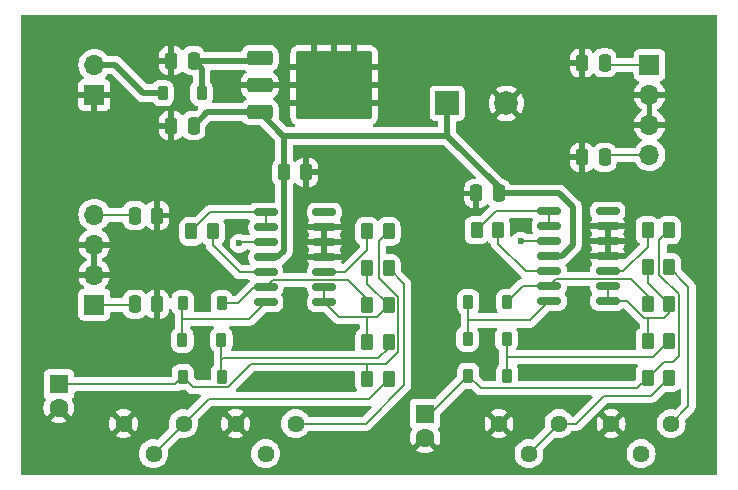
<source format=gbr>
%TF.GenerationSoftware,KiCad,Pcbnew,8.0.8*%
%TF.CreationDate,2025-01-26T19:39:00-06:00*%
%TF.ProjectId,peak-read-amp,7065616b-2d72-4656-9164-2d616d702e6b,rev?*%
%TF.SameCoordinates,Original*%
%TF.FileFunction,Copper,L1,Top*%
%TF.FilePolarity,Positive*%
%FSLAX46Y46*%
G04 Gerber Fmt 4.6, Leading zero omitted, Abs format (unit mm)*
G04 Created by KiCad (PCBNEW 8.0.8) date 2025-01-26 19:39:00*
%MOMM*%
%LPD*%
G01*
G04 APERTURE LIST*
G04 Aperture macros list*
%AMRoundRect*
0 Rectangle with rounded corners*
0 $1 Rounding radius*
0 $2 $3 $4 $5 $6 $7 $8 $9 X,Y pos of 4 corners*
0 Add a 4 corners polygon primitive as box body*
4,1,4,$2,$3,$4,$5,$6,$7,$8,$9,$2,$3,0*
0 Add four circle primitives for the rounded corners*
1,1,$1+$1,$2,$3*
1,1,$1+$1,$4,$5*
1,1,$1+$1,$6,$7*
1,1,$1+$1,$8,$9*
0 Add four rect primitives between the rounded corners*
20,1,$1+$1,$2,$3,$4,$5,0*
20,1,$1+$1,$4,$5,$6,$7,0*
20,1,$1+$1,$6,$7,$8,$9,0*
20,1,$1+$1,$8,$9,$2,$3,0*%
G04 Aperture macros list end*
%TA.AperFunction,SMDPad,CuDef*%
%ADD10RoundRect,0.250000X-0.262500X-0.450000X0.262500X-0.450000X0.262500X0.450000X-0.262500X0.450000X0*%
%TD*%
%TA.AperFunction,ComponentPad*%
%ADD11R,2.000000X2.000000*%
%TD*%
%TA.AperFunction,ComponentPad*%
%ADD12C,2.000000*%
%TD*%
%TA.AperFunction,ComponentPad*%
%ADD13C,1.440000*%
%TD*%
%TA.AperFunction,SMDPad,CuDef*%
%ADD14RoundRect,0.250000X0.250000X0.475000X-0.250000X0.475000X-0.250000X-0.475000X0.250000X-0.475000X0*%
%TD*%
%TA.AperFunction,SMDPad,CuDef*%
%ADD15RoundRect,0.225000X-0.225000X-0.375000X0.225000X-0.375000X0.225000X0.375000X-0.225000X0.375000X0*%
%TD*%
%TA.AperFunction,SMDPad,CuDef*%
%ADD16RoundRect,0.250000X-0.250000X-0.475000X0.250000X-0.475000X0.250000X0.475000X-0.250000X0.475000X0*%
%TD*%
%TA.AperFunction,SMDPad,CuDef*%
%ADD17RoundRect,0.250000X0.262500X0.450000X-0.262500X0.450000X-0.262500X-0.450000X0.262500X-0.450000X0*%
%TD*%
%TA.AperFunction,ComponentPad*%
%ADD18R,1.600000X1.600000*%
%TD*%
%TA.AperFunction,ComponentPad*%
%ADD19C,1.600000*%
%TD*%
%TA.AperFunction,ComponentPad*%
%ADD20R,1.700000X1.700000*%
%TD*%
%TA.AperFunction,ComponentPad*%
%ADD21O,1.700000X1.700000*%
%TD*%
%TA.AperFunction,SMDPad,CuDef*%
%ADD22RoundRect,0.150000X-0.825000X-0.150000X0.825000X-0.150000X0.825000X0.150000X-0.825000X0.150000X0*%
%TD*%
%TA.AperFunction,SMDPad,CuDef*%
%ADD23RoundRect,0.225000X0.225000X0.375000X-0.225000X0.375000X-0.225000X-0.375000X0.225000X-0.375000X0*%
%TD*%
%TA.AperFunction,SMDPad,CuDef*%
%ADD24RoundRect,0.250000X-0.850000X-0.350000X0.850000X-0.350000X0.850000X0.350000X-0.850000X0.350000X0*%
%TD*%
%TA.AperFunction,SMDPad,CuDef*%
%ADD25RoundRect,0.250000X-1.275000X-1.125000X1.275000X-1.125000X1.275000X1.125000X-1.275000X1.125000X0*%
%TD*%
%TA.AperFunction,SMDPad,CuDef*%
%ADD26RoundRect,0.249997X-2.950003X-2.650003X2.950003X-2.650003X2.950003X2.650003X-2.950003X2.650003X0*%
%TD*%
%TA.AperFunction,ViaPad*%
%ADD27C,0.600000*%
%TD*%
%TA.AperFunction,Conductor*%
%ADD28C,0.200000*%
%TD*%
%TA.AperFunction,Conductor*%
%ADD29C,0.500000*%
%TD*%
G04 APERTURE END LIST*
D10*
%TO.P,R8,1*%
%TO.N,Net-(D4-A)*%
X109337500Y-129100000D03*
%TO.P,R8,2*%
%TO.N,Net-(U3C--)*%
X111162500Y-129100000D03*
%TD*%
%TO.P,R5,1*%
%TO.N,Net-(U2C-+)*%
X133087500Y-122750000D03*
%TO.P,R5,2*%
%TO.N,Net-(D3-K)*%
X134912500Y-122750000D03*
%TD*%
D11*
%TO.P,C2,1*%
%TO.N,+8V*%
X116132323Y-112000000D03*
D12*
%TO.P,C2,2*%
%TO.N,GND*%
X121132323Y-112000000D03*
%TD*%
D13*
%TO.P,RV1,1,1*%
%TO.N,Net-(R4-Pad2)*%
X125590000Y-139125000D03*
%TO.P,RV1,2,2*%
X123050000Y-141665000D03*
%TO.P,RV1,3,3*%
%TO.N,GND*%
X120510000Y-139125000D03*
%TD*%
%TO.P,RV2,1,1*%
%TO.N,Net-(R6-Pad1)*%
X135080000Y-139125000D03*
%TO.P,RV2,2,2*%
%TO.N,Net-(J3-Pin_4)*%
X132540000Y-141665000D03*
%TO.P,RV2,3,3*%
%TO.N,GND*%
X130000000Y-139125000D03*
%TD*%
D14*
%TO.P,C3,1*%
%TO.N,+8V*%
X94647500Y-113897500D03*
%TO.P,C3,2*%
%TO.N,GND*%
X92747500Y-113897500D03*
%TD*%
D15*
%TO.P,D4,1,K*%
%TO.N,Net-(D4-K)*%
X93745000Y-128900000D03*
%TO.P,D4,2,A*%
%TO.N,Net-(D4-A)*%
X97045000Y-128900000D03*
%TD*%
D13*
%TO.P,RV3,1,1*%
%TO.N,Net-(R9-Pad2)*%
X93800000Y-139125000D03*
%TO.P,RV3,2,2*%
X91260000Y-141665000D03*
%TO.P,RV3,3,3*%
%TO.N,GND*%
X88720000Y-139125000D03*
%TD*%
D10*
%TO.P,R11,1*%
%TO.N,Net-(U3C-+)*%
X109337500Y-122850000D03*
%TO.P,R11,2*%
%TO.N,Net-(D6-K)*%
X111162500Y-122850000D03*
%TD*%
%TO.P,R2,1*%
%TO.N,Net-(D1-A)*%
X133087500Y-129000000D03*
%TO.P,R2,2*%
%TO.N,Net-(U2C--)*%
X134912500Y-129000000D03*
%TD*%
D15*
%TO.P,D6,1,K*%
%TO.N,Net-(D6-K)*%
X93745000Y-135150000D03*
%TO.P,D6,2,A*%
%TO.N,Net-(D5-K)*%
X97045000Y-135150000D03*
%TD*%
D16*
%TO.P,C4,1*%
%TO.N,Net-(J2-Pin_1)*%
X89675000Y-129000000D03*
%TO.P,C4,2*%
%TO.N,GND*%
X91575000Y-129000000D03*
%TD*%
D13*
%TO.P,RV4,1,1*%
%TO.N,Net-(R12-Pad1)*%
X103300000Y-139125000D03*
%TO.P,RV4,2,2*%
%TO.N,Net-(J3-Pin_1)*%
X100760000Y-141665000D03*
%TO.P,RV4,3,3*%
%TO.N,GND*%
X98220000Y-139125000D03*
%TD*%
D16*
%TO.P,C8,1*%
%TO.N,+8V*%
X102300000Y-117850000D03*
%TO.P,C8,2*%
%TO.N,GND*%
X104200000Y-117850000D03*
%TD*%
D17*
%TO.P,R12,1*%
%TO.N,Net-(R12-Pad1)*%
X111162500Y-125975000D03*
%TO.P,R12,2*%
%TO.N,Net-(U3C--)*%
X109337500Y-125975000D03*
%TD*%
D10*
%TO.P,R3,1*%
%TO.N,Net-(U2C--)*%
X133087500Y-132125000D03*
%TO.P,R3,2*%
%TO.N,Net-(D2-K)*%
X134912500Y-132125000D03*
%TD*%
D14*
%TO.P,C9,1*%
%TO.N,+8V*%
X120485000Y-119630000D03*
%TO.P,C9,2*%
%TO.N,GND*%
X118585000Y-119630000D03*
%TD*%
%TO.P,C10,1*%
%TO.N,Net-(J3-Pin_4)*%
X129450000Y-116580000D03*
%TO.P,C10,2*%
%TO.N,GND*%
X127550000Y-116580000D03*
%TD*%
D16*
%TO.P,C5,1*%
%TO.N,Net-(J2-Pin_4)*%
X89675000Y-121500000D03*
%TO.P,C5,2*%
%TO.N,GND*%
X91575000Y-121500000D03*
%TD*%
D18*
%TO.P,C7,1*%
%TO.N,Net-(D6-K)*%
X83250000Y-135794888D03*
D19*
%TO.P,C7,2*%
%TO.N,GND*%
X83250000Y-137794888D03*
%TD*%
D15*
%TO.P,D1,1,K*%
%TO.N,Net-(D1-K)*%
X117895000Y-128800000D03*
%TO.P,D1,2,A*%
%TO.N,Net-(D1-A)*%
X121195000Y-128800000D03*
%TD*%
D20*
%TO.P,J1,1,Pin_1*%
%TO.N,GND*%
X86250000Y-111290000D03*
D21*
%TO.P,J1,2,Pin_2*%
%TO.N,Net-(D7-A)*%
X86250000Y-108750000D03*
%TD*%
D18*
%TO.P,C6,1*%
%TO.N,Net-(D3-K)*%
X114250000Y-138294888D03*
D19*
%TO.P,C6,2*%
%TO.N,GND*%
X114250000Y-140294888D03*
%TD*%
D22*
%TO.P,U2,1*%
%TO.N,Net-(U2A--)*%
X124760000Y-121130000D03*
%TO.P,U2,2,-*%
X124760000Y-122400000D03*
%TO.P,U2,3,+*%
%TO.N,Net-(J2-Pin_1)*%
X124760000Y-123670000D03*
%TO.P,U2,4,V+*%
%TO.N,+8V*%
X124760000Y-124940000D03*
%TO.P,U2,5,+*%
%TO.N,Net-(U2B-+)*%
X124760000Y-126210000D03*
%TO.P,U2,6,-*%
%TO.N,Net-(D1-A)*%
X124760000Y-127480000D03*
%TO.P,U2,7*%
%TO.N,Net-(D1-K)*%
X124760000Y-128750000D03*
%TO.P,U2,8*%
%TO.N,Net-(U2C--)*%
X129710000Y-128750000D03*
%TO.P,U2,9,-*%
X129710000Y-127480000D03*
%TO.P,U2,10,+*%
%TO.N,Net-(U2C-+)*%
X129710000Y-126210000D03*
%TO.P,U2,11,V-*%
%TO.N,GND*%
X129710000Y-124940000D03*
%TO.P,U2,12,+*%
X129710000Y-123670000D03*
%TO.P,U2,13,-*%
X129710000Y-122400000D03*
%TO.P,U2,14*%
%TO.N,unconnected-(U2-Pad14)*%
X129710000Y-121130000D03*
%TD*%
D23*
%TO.P,D5,1,K*%
%TO.N,Net-(D5-K)*%
X97000000Y-132025000D03*
%TO.P,D5,2,A*%
%TO.N,Net-(D4-K)*%
X93700000Y-132025000D03*
%TD*%
D17*
%TO.P,R6,1*%
%TO.N,Net-(R6-Pad1)*%
X134912500Y-125875000D03*
%TO.P,R6,2*%
%TO.N,Net-(U2C--)*%
X133087500Y-125875000D03*
%TD*%
D20*
%TO.P,J3,1,Pin_1*%
%TO.N,Net-(J3-Pin_1)*%
X133250000Y-108750000D03*
D21*
%TO.P,J3,2,Pin_2*%
%TO.N,GND*%
X133250000Y-111290000D03*
%TO.P,J3,3,Pin_3*%
X133250000Y-113830000D03*
%TO.P,J3,4,Pin_4*%
%TO.N,Net-(J3-Pin_4)*%
X133250000Y-116370000D03*
%TD*%
D23*
%TO.P,D2,1,K*%
%TO.N,Net-(D2-K)*%
X121150000Y-131925000D03*
%TO.P,D2,2,A*%
%TO.N,Net-(D1-K)*%
X117850000Y-131925000D03*
%TD*%
D15*
%TO.P,D3,1,K*%
%TO.N,Net-(D3-K)*%
X117895000Y-135050000D03*
%TO.P,D3,2,A*%
%TO.N,Net-(D2-K)*%
X121195000Y-135050000D03*
%TD*%
D20*
%TO.P,J2,1,Pin_1*%
%TO.N,Net-(J2-Pin_1)*%
X86250000Y-129040000D03*
D21*
%TO.P,J2,2,Pin_2*%
%TO.N,GND*%
X86250000Y-126500000D03*
%TO.P,J2,3,Pin_3*%
X86250000Y-123960000D03*
%TO.P,J2,4,Pin_4*%
%TO.N,Net-(J2-Pin_4)*%
X86250000Y-121420000D03*
%TD*%
D10*
%TO.P,R9,1*%
%TO.N,Net-(D6-K)*%
X109337500Y-135350000D03*
%TO.P,R9,2*%
%TO.N,Net-(R9-Pad2)*%
X111162500Y-135350000D03*
%TD*%
%TO.P,R4,1*%
%TO.N,Net-(D3-K)*%
X133087500Y-135250000D03*
%TO.P,R4,2*%
%TO.N,Net-(R4-Pad2)*%
X134912500Y-135250000D03*
%TD*%
D14*
%TO.P,C11,1*%
%TO.N,Net-(J3-Pin_1)*%
X129450000Y-108580000D03*
%TO.P,C11,2*%
%TO.N,GND*%
X127550000Y-108580000D03*
%TD*%
D10*
%TO.P,R10,1*%
%TO.N,Net-(U3C--)*%
X109337500Y-132225000D03*
%TO.P,R10,2*%
%TO.N,Net-(D5-K)*%
X111162500Y-132225000D03*
%TD*%
D24*
%TO.P,U1,1,VI*%
%TO.N,Net-(D7-K)*%
X100250000Y-108190000D03*
%TO.P,U1,2,GND*%
%TO.N,GND*%
X100250000Y-110470000D03*
D25*
X104875000Y-108945000D03*
X104875000Y-111995000D03*
D26*
X106550000Y-110470000D03*
D25*
X108225000Y-108945000D03*
X108225000Y-111995000D03*
D24*
%TO.P,U1,3,VO*%
%TO.N,+8V*%
X100250000Y-112750000D03*
%TD*%
D14*
%TO.P,C1,1*%
%TO.N,Net-(D7-K)*%
X94647500Y-108397500D03*
%TO.P,C1,2*%
%TO.N,GND*%
X92747500Y-108397500D03*
%TD*%
D10*
%TO.P,R7,1*%
%TO.N,Net-(U3A--)*%
X94460000Y-122850000D03*
%TO.P,R7,2*%
%TO.N,Net-(U3B-+)*%
X96285000Y-122850000D03*
%TD*%
%TO.P,R1,1*%
%TO.N,Net-(U2A--)*%
X118610000Y-122750000D03*
%TO.P,R1,2*%
%TO.N,Net-(U2B-+)*%
X120435000Y-122750000D03*
%TD*%
D22*
%TO.P,U3,1*%
%TO.N,Net-(U3A--)*%
X100775000Y-121230000D03*
%TO.P,U3,2,-*%
X100775000Y-122500000D03*
%TO.P,U3,3,+*%
%TO.N,Net-(J2-Pin_4)*%
X100775000Y-123770000D03*
%TO.P,U3,4,V+*%
%TO.N,+8V*%
X100775000Y-125040000D03*
%TO.P,U3,5,+*%
%TO.N,Net-(U3B-+)*%
X100775000Y-126310000D03*
%TO.P,U3,6,-*%
%TO.N,Net-(D4-A)*%
X100775000Y-127580000D03*
%TO.P,U3,7*%
%TO.N,Net-(D4-K)*%
X100775000Y-128850000D03*
%TO.P,U3,8*%
%TO.N,Net-(U3C--)*%
X105725000Y-128850000D03*
%TO.P,U3,9,-*%
X105725000Y-127580000D03*
%TO.P,U3,10,+*%
%TO.N,Net-(U3C-+)*%
X105725000Y-126310000D03*
%TO.P,U3,11,V-*%
%TO.N,GND*%
X105725000Y-125040000D03*
%TO.P,U3,12,+*%
X105725000Y-123770000D03*
%TO.P,U3,13,-*%
X105725000Y-122500000D03*
%TO.P,U3,14*%
%TO.N,unconnected-(U3-Pad14)*%
X105725000Y-121230000D03*
%TD*%
D23*
%TO.P,D7,1,K*%
%TO.N,Net-(D7-K)*%
X95325000Y-111147500D03*
%TO.P,D7,2,A*%
%TO.N,Net-(D7-A)*%
X92025000Y-111147500D03*
%TD*%
D27*
%TO.N,Net-(J2-Pin_1)*%
X122340000Y-123670000D03*
%TO.N,GND*%
X116250000Y-117500000D03*
X107250000Y-117500000D03*
X83250000Y-133000000D03*
X97250000Y-117250000D03*
X138000000Y-131000000D03*
X97700000Y-110397500D03*
X122260000Y-122250000D03*
X116250000Y-105000000D03*
X122250000Y-117500000D03*
X103250000Y-131750000D03*
X103250000Y-135500000D03*
X129750000Y-119250000D03*
X98500000Y-122500000D03*
X126500000Y-131880000D03*
X82250000Y-116250000D03*
X137250000Y-106250000D03*
X126500000Y-134630000D03*
X115000000Y-131000000D03*
X89500000Y-105000000D03*
X98000000Y-105000000D03*
X138000000Y-120380000D03*
%TO.N,Net-(J2-Pin_4)*%
X98500000Y-123850000D03*
%TD*%
D28*
%TO.N,Net-(J2-Pin_1)*%
X122340000Y-123670000D02*
X124760000Y-123670000D01*
X86250000Y-129040000D02*
X89635000Y-129040000D01*
X89635000Y-129040000D02*
X89675000Y-129000000D01*
%TO.N,Net-(J2-Pin_4)*%
X98580000Y-123770000D02*
X98500000Y-123850000D01*
X100775000Y-123770000D02*
X98580000Y-123770000D01*
X89595000Y-121420000D02*
X89675000Y-121500000D01*
X86250000Y-121420000D02*
X89595000Y-121420000D01*
%TO.N,Net-(D1-K)*%
X117850000Y-128845000D02*
X117895000Y-128800000D01*
X124760000Y-128750000D02*
X123130000Y-130380000D01*
X117895000Y-130380000D02*
X117895000Y-131880000D01*
X117895000Y-128800000D02*
X117895000Y-130380000D01*
X123130000Y-130380000D02*
X117895000Y-130380000D01*
X117895000Y-131880000D02*
X117850000Y-131925000D01*
%TO.N,Net-(D1-A)*%
X125360000Y-126880000D02*
X131667500Y-126880000D01*
X124760000Y-127480000D02*
X125360000Y-126880000D01*
X122515000Y-127480000D02*
X121195000Y-128800000D01*
X131667500Y-126880000D02*
X133087500Y-128300000D01*
X124760000Y-127480000D02*
X122515000Y-127480000D01*
X133087500Y-128300000D02*
X133087500Y-129000000D01*
%TO.N,Net-(D2-K)*%
X133537500Y-133500000D02*
X134912500Y-132125000D01*
X121150000Y-135005000D02*
X121195000Y-135050000D01*
X121150000Y-131925000D02*
X121150000Y-135005000D01*
X121150000Y-133500000D02*
X133537500Y-133500000D01*
%TO.N,Net-(D3-K)*%
X134100000Y-126559744D02*
X135725000Y-128184744D01*
X134457500Y-133880000D02*
X133087500Y-135250000D01*
X135725000Y-128184744D02*
X135725000Y-133405000D01*
X114650112Y-138294888D02*
X114250000Y-138294888D01*
X135250000Y-133880000D02*
X134457500Y-133880000D01*
X132207500Y-136130000D02*
X118975000Y-136130000D01*
X117895000Y-135050000D02*
X114650112Y-138294888D01*
X134100000Y-123562500D02*
X134100000Y-126559744D01*
X135725000Y-133405000D02*
X135250000Y-133880000D01*
X133087500Y-135250000D02*
X132207500Y-136130000D01*
X134912500Y-122750000D02*
X134100000Y-123562500D01*
X118975000Y-136130000D02*
X117895000Y-135050000D01*
%TO.N,Net-(D4-K)*%
X93700000Y-128945000D02*
X93745000Y-128900000D01*
X100775000Y-128850000D02*
X99375000Y-130250000D01*
X99375000Y-130250000D02*
X93700000Y-130250000D01*
X93700000Y-130250000D02*
X93700000Y-128945000D01*
X93700000Y-132025000D02*
X93700000Y-130250000D01*
%TO.N,Net-(D4-A)*%
X100775000Y-127580000D02*
X99770000Y-127580000D01*
X109337500Y-128582224D02*
X109337500Y-129100000D01*
X107735276Y-126980000D02*
X109337500Y-128582224D01*
X97045000Y-128900000D02*
X98450000Y-128900000D01*
X100775000Y-127580000D02*
X101375000Y-126980000D01*
X99770000Y-127580000D02*
X98450000Y-128900000D01*
X101375000Y-126980000D02*
X107735276Y-126980000D01*
%TO.N,Net-(D5-K)*%
X111162500Y-132687500D02*
X111162500Y-132225000D01*
X110250000Y-133600000D02*
X111162500Y-132687500D01*
X97000000Y-132025000D02*
X97000000Y-133750000D01*
X110250000Y-133600000D02*
X97150000Y-133600000D01*
X97000000Y-133750000D02*
X97000000Y-135105000D01*
X97000000Y-135105000D02*
X97045000Y-135150000D01*
X97150000Y-133600000D02*
X97000000Y-133750000D01*
%TO.N,Net-(D6-K)*%
X110350000Y-126790256D02*
X110350000Y-123662500D01*
X110915256Y-134100000D02*
X111975000Y-133040256D01*
X111975000Y-128415256D02*
X110350000Y-126790256D01*
X109337500Y-135350000D02*
X109337500Y-134187500D01*
X97550000Y-136050000D02*
X99500000Y-134100000D01*
X109665256Y-135350000D02*
X109337500Y-135350000D01*
X109250000Y-134100000D02*
X110915256Y-134100000D01*
X111975000Y-133040256D02*
X111975000Y-128415256D01*
X94645000Y-136050000D02*
X97550000Y-136050000D01*
X83250000Y-135794888D02*
X93100112Y-135794888D01*
X93100112Y-135794888D02*
X93745000Y-135150000D01*
X110350000Y-123662500D02*
X111162500Y-122850000D01*
X93745000Y-135150000D02*
X94645000Y-136050000D01*
X99500000Y-134100000D02*
X110750000Y-134100000D01*
X109337500Y-134187500D02*
X109250000Y-134100000D01*
%TO.N,Net-(U2B-+)*%
X124760000Y-126210000D02*
X122765000Y-126210000D01*
X120435000Y-123880000D02*
X120435000Y-122750000D01*
X122765000Y-126210000D02*
X120435000Y-123880000D01*
%TO.N,Net-(U2A--)*%
X124760000Y-121130000D02*
X124760000Y-122400000D01*
X118610000Y-122750000D02*
X120230000Y-121130000D01*
X120230000Y-121130000D02*
X124760000Y-121130000D01*
%TO.N,Net-(U2C--)*%
X131340256Y-128750000D02*
X129710000Y-128750000D01*
X134912500Y-129000000D02*
X134912500Y-129793750D01*
X134912500Y-129000000D02*
X133087500Y-127175000D01*
X133000000Y-130206250D02*
X132796506Y-130206250D01*
X132796506Y-130206250D02*
X131340256Y-128750000D01*
X134500000Y-130206250D02*
X133000000Y-130206250D01*
X133087500Y-132125000D02*
X133087500Y-130293750D01*
X133087500Y-127175000D02*
X133087500Y-125875000D01*
X129710000Y-128750000D02*
X129710000Y-127480000D01*
X133087500Y-130293750D02*
X133000000Y-130206250D01*
X134912500Y-129793750D02*
X134500000Y-130206250D01*
%TO.N,Net-(R4-Pad2)*%
X129430002Y-136754998D02*
X133407502Y-136754998D01*
X133407502Y-136754998D02*
X134912500Y-135250000D01*
X125590000Y-139125000D02*
X127060000Y-139125000D01*
X127060000Y-139125000D02*
X129430002Y-136754998D01*
X123050000Y-141665000D02*
X125590000Y-139125000D01*
%TO.N,Net-(U2C-+)*%
X131040000Y-126210000D02*
X129710000Y-126210000D01*
X133087500Y-124162500D02*
X133087500Y-122750000D01*
X133087500Y-124162500D02*
X131040000Y-126210000D01*
%TO.N,Net-(J3-Pin_4)*%
X133250000Y-116370000D02*
X129660000Y-116370000D01*
X129660000Y-116370000D02*
X129450000Y-116580000D01*
%TO.N,Net-(U3A--)*%
X100775000Y-121230000D02*
X100775000Y-122500000D01*
X94460000Y-122785000D02*
X94460000Y-122850000D01*
X96015000Y-121230000D02*
X94460000Y-122785000D01*
X96015000Y-121230000D02*
X100775000Y-121230000D01*
%TO.N,Net-(U3B-+)*%
X96285000Y-122850000D02*
X96285000Y-124035000D01*
X96285000Y-124035000D02*
X98560000Y-126310000D01*
X98560000Y-126310000D02*
X100775000Y-126310000D01*
%TO.N,Net-(U3C--)*%
X109337500Y-125975000D02*
X109337500Y-127275000D01*
X109337500Y-127275000D02*
X111162500Y-129100000D01*
X109250000Y-130100000D02*
X106975000Y-130100000D01*
X109337500Y-130187500D02*
X109250000Y-130100000D01*
X109337500Y-132225000D02*
X109337500Y-130187500D01*
X105725000Y-128850000D02*
X105725000Y-127580000D01*
X110162500Y-130100000D02*
X109250000Y-130100000D01*
X106975000Y-130100000D02*
X105725000Y-128850000D01*
X111162500Y-129100000D02*
X110162500Y-130100000D01*
%TO.N,Net-(R9-Pad2)*%
X109512500Y-137000000D02*
X95925000Y-137000000D01*
X95925000Y-137000000D02*
X93800000Y-139125000D01*
X111162500Y-135350000D02*
X109512500Y-137000000D01*
X91260000Y-141665000D02*
X93800000Y-139125000D01*
%TO.N,Net-(U3C-+)*%
X109337500Y-124412500D02*
X109337500Y-122850000D01*
X105725000Y-126310000D02*
X107440000Y-126310000D01*
X107440000Y-126310000D02*
X109337500Y-124412500D01*
%TO.N,Net-(J3-Pin_1)*%
X133250000Y-108750000D02*
X129620000Y-108750000D01*
X129620000Y-108750000D02*
X129450000Y-108580000D01*
D29*
%TO.N,Net-(D7-K)*%
X94647500Y-108397500D02*
X100042500Y-108397500D01*
X95325000Y-109075000D02*
X94647500Y-108397500D01*
D28*
X100042500Y-108397500D02*
X100250000Y-108190000D01*
D29*
X95325000Y-111147500D02*
X95325000Y-109075000D01*
%TO.N,+8V*%
X94647500Y-113897500D02*
X95795000Y-112750000D01*
D28*
X100147500Y-112647500D02*
X100250000Y-112750000D01*
D29*
X120485000Y-120000000D02*
X120485000Y-119102677D01*
X126750000Y-120750000D02*
X126750000Y-124000000D01*
X126750000Y-124000000D02*
X125810000Y-124940000D01*
X102300000Y-124489999D02*
X101749999Y-125040000D01*
D28*
X101749999Y-125040000D02*
X100775000Y-125040000D01*
D29*
X95795000Y-112750000D02*
X100250000Y-112750000D01*
X116132323Y-114750000D02*
X102300000Y-114750000D01*
X120485000Y-119630000D02*
X125630000Y-119630000D01*
X125810000Y-124940000D02*
X124760000Y-124940000D01*
X102300000Y-114750000D02*
X102300000Y-119000000D01*
X100250000Y-112750000D02*
X102250000Y-114750000D01*
X120485000Y-119102677D02*
X116132323Y-114750000D01*
X125630000Y-119630000D02*
X126750000Y-120750000D01*
X102300000Y-117850000D02*
X102300000Y-124489999D01*
X116132323Y-112000000D02*
X116132323Y-114750000D01*
D28*
%TO.N,Net-(R6-Pad1)*%
X134912500Y-125875000D02*
X136550000Y-127512500D01*
X136550000Y-137655000D02*
X135080000Y-139125000D01*
X136550000Y-127512500D02*
X136550000Y-137655000D01*
%TO.N,Net-(R12-Pad1)*%
X109225000Y-139125000D02*
X112500000Y-135850000D01*
X112500000Y-135850000D02*
X112500000Y-127312500D01*
X103300000Y-139125000D02*
X109225000Y-139125000D01*
X112500000Y-127312500D02*
X111162500Y-125975000D01*
D29*
%TO.N,Net-(D7-A)*%
X88000000Y-108750000D02*
X90397500Y-111147500D01*
X86250000Y-108750000D02*
X88000000Y-108750000D01*
X90397500Y-111147500D02*
X92025000Y-111147500D01*
%TD*%
%TA.AperFunction,Conductor*%
%TO.N,GND*%
G36*
X108269498Y-134720185D02*
G01*
X108315253Y-134772989D01*
X108325816Y-134837103D01*
X108324500Y-134849991D01*
X108324500Y-135850001D01*
X108324501Y-135850019D01*
X108335000Y-135952796D01*
X108335001Y-135952797D01*
X108390186Y-136119334D01*
X108446358Y-136210404D01*
X108464798Y-136277796D01*
X108443875Y-136344459D01*
X108390233Y-136389229D01*
X108340819Y-136399500D01*
X98349097Y-136399500D01*
X98282058Y-136379815D01*
X98236303Y-136327011D01*
X98226359Y-136257853D01*
X98255384Y-136194297D01*
X98261416Y-136187819D01*
X99712416Y-134736819D01*
X99773739Y-134703334D01*
X99800097Y-134700500D01*
X108202459Y-134700500D01*
X108269498Y-134720185D01*
G37*
%TD.AperFunction*%
%TA.AperFunction,Conductor*%
G36*
X132230809Y-134120185D02*
G01*
X132276564Y-134172989D01*
X132286508Y-134242147D01*
X132257483Y-134305703D01*
X132251451Y-134312181D01*
X132232289Y-134331342D01*
X132140187Y-134480663D01*
X132140185Y-134480668D01*
X132120456Y-134540207D01*
X132085001Y-134647203D01*
X132085001Y-134647204D01*
X132085000Y-134647204D01*
X132074500Y-134749983D01*
X132074500Y-135362401D01*
X132054815Y-135429440D01*
X132038182Y-135450081D01*
X131995084Y-135493180D01*
X131933762Y-135526666D01*
X131907402Y-135529500D01*
X122269500Y-135529500D01*
X122202461Y-135509815D01*
X122156706Y-135457011D01*
X122145500Y-135405500D01*
X122145499Y-134626662D01*
X122145498Y-134626644D01*
X122135349Y-134527292D01*
X122135348Y-134527289D01*
X122082003Y-134366303D01*
X122081997Y-134366294D01*
X122060440Y-134331344D01*
X122034689Y-134289596D01*
X122016249Y-134222205D01*
X122037171Y-134155542D01*
X122090813Y-134110772D01*
X122140228Y-134100500D01*
X132163770Y-134100500D01*
X132230809Y-134120185D01*
G37*
%TD.AperFunction*%
%TA.AperFunction,Conductor*%
G36*
X104192539Y-127600185D02*
G01*
X104238294Y-127652989D01*
X104249500Y-127704500D01*
X104249500Y-127795701D01*
X104252401Y-127832567D01*
X104252402Y-127832573D01*
X104298254Y-127990393D01*
X104298255Y-127990396D01*
X104381917Y-128131862D01*
X104386702Y-128138031D01*
X104384256Y-128139927D01*
X104410857Y-128188642D01*
X104405873Y-128258334D01*
X104385069Y-128290703D01*
X104386702Y-128291969D01*
X104381917Y-128298137D01*
X104298255Y-128439603D01*
X104298254Y-128439606D01*
X104252402Y-128597426D01*
X104252401Y-128597432D01*
X104249500Y-128634298D01*
X104249500Y-129065701D01*
X104252401Y-129102567D01*
X104252402Y-129102573D01*
X104298254Y-129260393D01*
X104298255Y-129260396D01*
X104298256Y-129260398D01*
X104303175Y-129268716D01*
X104381917Y-129401862D01*
X104381923Y-129401870D01*
X104498129Y-129518076D01*
X104498133Y-129518079D01*
X104498135Y-129518081D01*
X104639602Y-129601744D01*
X104678968Y-129613181D01*
X104797426Y-129647597D01*
X104797429Y-129647597D01*
X104797431Y-129647598D01*
X104834306Y-129650500D01*
X105624903Y-129650500D01*
X105691942Y-129670185D01*
X105712584Y-129686819D01*
X106490139Y-130464374D01*
X106490149Y-130464385D01*
X106494479Y-130468715D01*
X106494480Y-130468716D01*
X106606284Y-130580520D01*
X106672442Y-130618716D01*
X106743215Y-130659577D01*
X106895943Y-130700501D01*
X106895946Y-130700501D01*
X107061653Y-130700501D01*
X107061669Y-130700500D01*
X108613000Y-130700500D01*
X108680039Y-130720185D01*
X108725794Y-130772989D01*
X108737000Y-130824500D01*
X108737000Y-131032491D01*
X108717315Y-131099530D01*
X108678098Y-131138029D01*
X108606344Y-131182287D01*
X108482289Y-131306342D01*
X108390187Y-131455663D01*
X108390185Y-131455668D01*
X108368138Y-131522203D01*
X108335001Y-131622203D01*
X108335001Y-131622204D01*
X108335000Y-131622204D01*
X108324500Y-131724983D01*
X108324500Y-132725001D01*
X108324501Y-132725019D01*
X108335000Y-132827796D01*
X108335001Y-132827797D01*
X108337884Y-132836498D01*
X108340284Y-132906326D01*
X108304552Y-132966368D01*
X108242031Y-132997559D01*
X108220177Y-132999500D01*
X97929808Y-132999500D01*
X97862769Y-132979815D01*
X97817014Y-132927011D01*
X97807070Y-132857853D01*
X97824270Y-132810403D01*
X97886998Y-132708705D01*
X97886997Y-132708705D01*
X97887003Y-132708697D01*
X97940349Y-132547708D01*
X97950500Y-132448345D01*
X97950499Y-131601656D01*
X97940349Y-131502292D01*
X97887003Y-131341303D01*
X97886999Y-131341297D01*
X97886998Y-131341294D01*
X97797970Y-131196959D01*
X97797967Y-131196955D01*
X97678044Y-131077032D01*
X97672377Y-131072551D01*
X97674159Y-131070297D01*
X97636199Y-131028103D01*
X97624970Y-130959142D01*
X97652806Y-130895057D01*
X97710871Y-130856194D01*
X97748015Y-130850500D01*
X99288331Y-130850500D01*
X99288347Y-130850501D01*
X99295943Y-130850501D01*
X99454054Y-130850501D01*
X99454057Y-130850501D01*
X99606785Y-130809577D01*
X99667938Y-130774270D01*
X99743716Y-130730520D01*
X99855520Y-130618716D01*
X99855520Y-130618714D01*
X99865724Y-130608511D01*
X99865727Y-130608506D01*
X100787416Y-129686819D01*
X100848739Y-129653334D01*
X100875097Y-129650500D01*
X101665686Y-129650500D01*
X101665694Y-129650500D01*
X101702569Y-129647598D01*
X101702571Y-129647597D01*
X101702573Y-129647597D01*
X101763778Y-129629815D01*
X101860398Y-129601744D01*
X102001865Y-129518081D01*
X102118081Y-129401865D01*
X102201744Y-129260398D01*
X102247598Y-129102569D01*
X102250500Y-129065694D01*
X102250500Y-128634306D01*
X102247598Y-128597431D01*
X102229260Y-128534313D01*
X102201745Y-128439606D01*
X102201744Y-128439603D01*
X102201744Y-128439602D01*
X102118081Y-128298135D01*
X102118078Y-128298132D01*
X102113298Y-128291969D01*
X102115750Y-128290066D01*
X102089155Y-128241421D01*
X102094104Y-128171726D01*
X102114940Y-128139304D01*
X102113298Y-128138031D01*
X102118075Y-128131870D01*
X102118081Y-128131865D01*
X102201744Y-127990398D01*
X102238758Y-127862996D01*
X102247597Y-127832573D01*
X102247598Y-127832567D01*
X102247607Y-127832452D01*
X102250500Y-127795694D01*
X102250500Y-127704500D01*
X102270185Y-127637461D01*
X102322989Y-127591706D01*
X102374500Y-127580500D01*
X104125500Y-127580500D01*
X104192539Y-127600185D01*
G37*
%TD.AperFunction*%
%TA.AperFunction,Conductor*%
G36*
X128177539Y-127500185D02*
G01*
X128223294Y-127552989D01*
X128234500Y-127604500D01*
X128234500Y-127695701D01*
X128237401Y-127732567D01*
X128237402Y-127732573D01*
X128283254Y-127890393D01*
X128283255Y-127890396D01*
X128366917Y-128031862D01*
X128371702Y-128038031D01*
X128369256Y-128039927D01*
X128395857Y-128088642D01*
X128390873Y-128158334D01*
X128370069Y-128190703D01*
X128371702Y-128191969D01*
X128366917Y-128198137D01*
X128283255Y-128339603D01*
X128283254Y-128339606D01*
X128237402Y-128497426D01*
X128237401Y-128497432D01*
X128234500Y-128534298D01*
X128234500Y-128965701D01*
X128237401Y-129002567D01*
X128237402Y-129002573D01*
X128283254Y-129160393D01*
X128283255Y-129160396D01*
X128366917Y-129301862D01*
X128366923Y-129301870D01*
X128483129Y-129418076D01*
X128483133Y-129418079D01*
X128483135Y-129418081D01*
X128624602Y-129501744D01*
X128645629Y-129507853D01*
X128782426Y-129547597D01*
X128782429Y-129547597D01*
X128782431Y-129547598D01*
X128819306Y-129550500D01*
X128819314Y-129550500D01*
X130600686Y-129550500D01*
X130600694Y-129550500D01*
X130637569Y-129547598D01*
X130637571Y-129547597D01*
X130637573Y-129547597D01*
X130715399Y-129524986D01*
X130795398Y-129501744D01*
X130936865Y-129418081D01*
X130960301Y-129394644D01*
X131021621Y-129361159D01*
X131091313Y-129366141D01*
X131135663Y-129394642D01*
X132427790Y-130686770D01*
X132427792Y-130686771D01*
X132434241Y-130691720D01*
X132432908Y-130693456D01*
X132473210Y-130735715D01*
X132487000Y-130792546D01*
X132487000Y-130932491D01*
X132467315Y-130999530D01*
X132428098Y-131038029D01*
X132356344Y-131082287D01*
X132232289Y-131206342D01*
X132140187Y-131355663D01*
X132140185Y-131355668D01*
X132112349Y-131439670D01*
X132085001Y-131522203D01*
X132085001Y-131522204D01*
X132085000Y-131522204D01*
X132074500Y-131624983D01*
X132074500Y-132625001D01*
X132074501Y-132625019D01*
X132085000Y-132727796D01*
X132085001Y-132727797D01*
X132087884Y-132736498D01*
X132090284Y-132806326D01*
X132054552Y-132866368D01*
X131992031Y-132897559D01*
X131970177Y-132899500D01*
X122079808Y-132899500D01*
X122012769Y-132879815D01*
X121967014Y-132827011D01*
X121957070Y-132757853D01*
X121974270Y-132710403D01*
X122036998Y-132608705D01*
X122036997Y-132608705D01*
X122037003Y-132608697D01*
X122090349Y-132447708D01*
X122100500Y-132348345D01*
X122100499Y-131501656D01*
X122090349Y-131402292D01*
X122037003Y-131241303D01*
X122036997Y-131241294D01*
X122015440Y-131206344D01*
X121992773Y-131169596D01*
X121974333Y-131102205D01*
X121995255Y-131035542D01*
X122048897Y-130990772D01*
X122098312Y-130980500D01*
X123043331Y-130980500D01*
X123043347Y-130980501D01*
X123050943Y-130980501D01*
X123209054Y-130980501D01*
X123209057Y-130980501D01*
X123361785Y-130939577D01*
X123411904Y-130910639D01*
X123498716Y-130860520D01*
X123610520Y-130748716D01*
X123610520Y-130748714D01*
X123620728Y-130738507D01*
X123620729Y-130738504D01*
X124772416Y-129586819D01*
X124833739Y-129553334D01*
X124860097Y-129550500D01*
X125650686Y-129550500D01*
X125650694Y-129550500D01*
X125687569Y-129547598D01*
X125687571Y-129547597D01*
X125687573Y-129547597D01*
X125765399Y-129524986D01*
X125845398Y-129501744D01*
X125986865Y-129418081D01*
X126103081Y-129301865D01*
X126186744Y-129160398D01*
X126232598Y-129002569D01*
X126235500Y-128965694D01*
X126235500Y-128534306D01*
X126232598Y-128497431D01*
X126231573Y-128493904D01*
X126186745Y-128339606D01*
X126186744Y-128339603D01*
X126186744Y-128339602D01*
X126103081Y-128198135D01*
X126103078Y-128198132D01*
X126098298Y-128191969D01*
X126100750Y-128190066D01*
X126074155Y-128141421D01*
X126079104Y-128071726D01*
X126099940Y-128039304D01*
X126098298Y-128038031D01*
X126103075Y-128031870D01*
X126103081Y-128031865D01*
X126186744Y-127890398D01*
X126232598Y-127732569D01*
X126235500Y-127695694D01*
X126235500Y-127604500D01*
X126255185Y-127537461D01*
X126307989Y-127491706D01*
X126359500Y-127480500D01*
X128110500Y-127480500D01*
X128177539Y-127500185D01*
G37*
%TD.AperFunction*%
%TA.AperFunction,Conductor*%
G36*
X99351132Y-121850185D02*
G01*
X99396887Y-121902989D01*
X99406831Y-121972147D01*
X99390825Y-122017620D01*
X99348257Y-122089599D01*
X99348254Y-122089606D01*
X99302402Y-122247426D01*
X99302401Y-122247432D01*
X99299500Y-122284298D01*
X99299500Y-122715701D01*
X99302401Y-122752567D01*
X99302402Y-122752573D01*
X99348254Y-122910393D01*
X99348257Y-122910400D01*
X99390825Y-122982380D01*
X99408008Y-123050104D01*
X99385848Y-123116366D01*
X99331381Y-123160129D01*
X99284093Y-123169500D01*
X98957323Y-123169500D01*
X98891350Y-123150493D01*
X98849524Y-123124211D01*
X98679254Y-123064631D01*
X98679249Y-123064630D01*
X98500004Y-123044435D01*
X98499996Y-123044435D01*
X98320750Y-123064630D01*
X98320745Y-123064631D01*
X98150476Y-123124211D01*
X97997737Y-123220184D01*
X97870184Y-123347737D01*
X97774211Y-123500476D01*
X97714631Y-123670745D01*
X97714630Y-123670750D01*
X97694435Y-123849996D01*
X97694435Y-123850003D01*
X97714630Y-124029249D01*
X97714631Y-124029254D01*
X97774211Y-124199523D01*
X97854764Y-124327722D01*
X97870184Y-124352262D01*
X97997738Y-124479816D01*
X98150478Y-124575789D01*
X98320745Y-124635368D01*
X98320750Y-124635369D01*
X98499996Y-124655565D01*
X98500000Y-124655565D01*
X98500004Y-124655565D01*
X98679249Y-124635369D01*
X98679252Y-124635368D01*
X98679255Y-124635368D01*
X98849522Y-124575789D01*
X99002262Y-124479816D01*
X99075259Y-124406819D01*
X99136582Y-124373334D01*
X99162940Y-124370500D01*
X99284093Y-124370500D01*
X99351132Y-124390185D01*
X99396887Y-124442989D01*
X99406831Y-124512147D01*
X99390825Y-124557620D01*
X99348257Y-124629599D01*
X99348254Y-124629606D01*
X99302402Y-124787426D01*
X99302401Y-124787432D01*
X99299500Y-124824298D01*
X99299500Y-125255701D01*
X99302401Y-125292567D01*
X99302402Y-125292573D01*
X99348254Y-125450393D01*
X99348257Y-125450400D01*
X99390825Y-125522380D01*
X99408008Y-125590104D01*
X99385848Y-125656366D01*
X99331381Y-125700129D01*
X99284093Y-125709500D01*
X98860097Y-125709500D01*
X98793058Y-125689815D01*
X98772416Y-125673181D01*
X97091732Y-123992497D01*
X97058247Y-123931174D01*
X97063231Y-123861482D01*
X97091731Y-123817136D01*
X97140212Y-123768656D01*
X97232314Y-123619334D01*
X97287499Y-123452797D01*
X97298000Y-123350009D01*
X97297999Y-122349992D01*
X97292313Y-122294334D01*
X97287499Y-122247203D01*
X97287498Y-122247200D01*
X97254438Y-122147432D01*
X97232314Y-122080666D01*
X97194645Y-122019595D01*
X97176206Y-121952204D01*
X97197129Y-121885541D01*
X97250771Y-121840771D01*
X97300185Y-121830500D01*
X99284093Y-121830500D01*
X99351132Y-121850185D01*
G37*
%TD.AperFunction*%
%TA.AperFunction,Conductor*%
G36*
X123336132Y-121750185D02*
G01*
X123381887Y-121802989D01*
X123391831Y-121872147D01*
X123375825Y-121917620D01*
X123333257Y-121989599D01*
X123333254Y-121989606D01*
X123287402Y-122147426D01*
X123287401Y-122147432D01*
X123284500Y-122184298D01*
X123284500Y-122615701D01*
X123287401Y-122652567D01*
X123287402Y-122652573D01*
X123333254Y-122810393D01*
X123333257Y-122810400D01*
X123375825Y-122882380D01*
X123393008Y-122950104D01*
X123370848Y-123016366D01*
X123316381Y-123060129D01*
X123269093Y-123069500D01*
X122922412Y-123069500D01*
X122855373Y-123049815D01*
X122845097Y-123042445D01*
X122842263Y-123040185D01*
X122842262Y-123040184D01*
X122785496Y-123004515D01*
X122689523Y-122944211D01*
X122519254Y-122884631D01*
X122519249Y-122884630D01*
X122340004Y-122864435D01*
X122339996Y-122864435D01*
X122160750Y-122884630D01*
X122160745Y-122884631D01*
X121990476Y-122944211D01*
X121837737Y-123040184D01*
X121710184Y-123167737D01*
X121710180Y-123167742D01*
X121676991Y-123220561D01*
X121624656Y-123266851D01*
X121555602Y-123277498D01*
X121491754Y-123249122D01*
X121453384Y-123190731D01*
X121447999Y-123154593D01*
X121447999Y-122249992D01*
X121447737Y-122247432D01*
X121437499Y-122147203D01*
X121437498Y-122147200D01*
X121415450Y-122080663D01*
X121382314Y-121980666D01*
X121344645Y-121919595D01*
X121326206Y-121852204D01*
X121347129Y-121785541D01*
X121400771Y-121740771D01*
X121450185Y-121730500D01*
X123269093Y-121730500D01*
X123336132Y-121750185D01*
G37*
%TD.AperFunction*%
%TA.AperFunction,Conductor*%
G36*
X86500000Y-126066988D02*
G01*
X86442993Y-126034075D01*
X86315826Y-126000000D01*
X86184174Y-126000000D01*
X86057007Y-126034075D01*
X86000000Y-126066988D01*
X86000000Y-124393012D01*
X86057007Y-124425925D01*
X86184174Y-124460000D01*
X86315826Y-124460000D01*
X86442993Y-124425925D01*
X86500000Y-124393012D01*
X86500000Y-126066988D01*
G37*
%TD.AperFunction*%
%TA.AperFunction,Conductor*%
G36*
X133500000Y-113396988D02*
G01*
X133442993Y-113364075D01*
X133315826Y-113330000D01*
X133184174Y-113330000D01*
X133057007Y-113364075D01*
X133000000Y-113396988D01*
X133000000Y-111723012D01*
X133057007Y-111755925D01*
X133184174Y-111790000D01*
X133315826Y-111790000D01*
X133442993Y-111755925D01*
X133500000Y-111723012D01*
X133500000Y-113396988D01*
G37*
%TD.AperFunction*%
%TA.AperFunction,Conductor*%
G36*
X138942539Y-104520185D02*
G01*
X138988294Y-104572989D01*
X138999500Y-104624500D01*
X138999500Y-143375500D01*
X138979815Y-143442539D01*
X138927011Y-143488294D01*
X138875500Y-143499500D01*
X80124500Y-143499500D01*
X80057461Y-143479815D01*
X80011706Y-143427011D01*
X80000500Y-143375500D01*
X80000500Y-139124997D01*
X87495340Y-139124997D01*
X87495340Y-139125002D01*
X87513944Y-139337654D01*
X87513945Y-139337662D01*
X87569194Y-139543853D01*
X87569197Y-139543859D01*
X87659413Y-139737329D01*
X87698415Y-139793030D01*
X88320000Y-139171445D01*
X88320000Y-139177661D01*
X88347259Y-139279394D01*
X88399920Y-139370606D01*
X88474394Y-139445080D01*
X88565606Y-139497741D01*
X88667339Y-139525000D01*
X88673554Y-139525000D01*
X88051968Y-140146584D01*
X88107663Y-140185582D01*
X88107669Y-140185586D01*
X88301140Y-140275802D01*
X88301146Y-140275805D01*
X88507337Y-140331054D01*
X88507345Y-140331055D01*
X88719998Y-140349660D01*
X88720002Y-140349660D01*
X88932654Y-140331055D01*
X88932662Y-140331054D01*
X89138853Y-140275805D01*
X89138864Y-140275801D01*
X89332325Y-140185589D01*
X89388030Y-140146583D01*
X88766447Y-139525000D01*
X88772661Y-139525000D01*
X88874394Y-139497741D01*
X88965606Y-139445080D01*
X89040080Y-139370606D01*
X89092741Y-139279394D01*
X89120000Y-139177661D01*
X89120000Y-139171446D01*
X89741583Y-139793029D01*
X89780589Y-139737325D01*
X89870801Y-139543864D01*
X89870805Y-139543853D01*
X89926054Y-139337662D01*
X89926055Y-139337654D01*
X89944660Y-139125002D01*
X89944660Y-139124997D01*
X89926055Y-138912345D01*
X89926054Y-138912337D01*
X89870805Y-138706146D01*
X89870802Y-138706140D01*
X89780586Y-138512669D01*
X89780582Y-138512663D01*
X89741584Y-138456968D01*
X89120000Y-139078552D01*
X89120000Y-139072339D01*
X89092741Y-138970606D01*
X89040080Y-138879394D01*
X88965606Y-138804920D01*
X88874394Y-138752259D01*
X88772661Y-138725000D01*
X88766447Y-138725000D01*
X89388030Y-138103415D01*
X89332329Y-138064413D01*
X89138859Y-137974197D01*
X89138853Y-137974194D01*
X88932662Y-137918945D01*
X88932654Y-137918944D01*
X88720002Y-137900340D01*
X88719998Y-137900340D01*
X88507345Y-137918944D01*
X88507337Y-137918945D01*
X88301146Y-137974194D01*
X88301140Y-137974197D01*
X88107671Y-138064412D01*
X88107669Y-138064413D01*
X88051969Y-138103415D01*
X88051968Y-138103415D01*
X88673554Y-138725000D01*
X88667339Y-138725000D01*
X88565606Y-138752259D01*
X88474394Y-138804920D01*
X88399920Y-138879394D01*
X88347259Y-138970606D01*
X88320000Y-139072339D01*
X88320000Y-139078553D01*
X87698415Y-138456968D01*
X87698415Y-138456969D01*
X87659413Y-138512669D01*
X87659412Y-138512671D01*
X87569197Y-138706140D01*
X87569194Y-138706146D01*
X87513945Y-138912337D01*
X87513944Y-138912345D01*
X87495340Y-139124997D01*
X80000500Y-139124997D01*
X80000500Y-137794885D01*
X81945034Y-137794885D01*
X81945034Y-137794888D01*
X81964858Y-138021487D01*
X81964860Y-138021498D01*
X82023730Y-138241205D01*
X82023735Y-138241219D01*
X82119863Y-138447366D01*
X82170974Y-138520360D01*
X82850000Y-137841334D01*
X82850000Y-137847549D01*
X82877259Y-137949282D01*
X82929920Y-138040494D01*
X83004394Y-138114968D01*
X83095606Y-138167629D01*
X83197339Y-138194888D01*
X83203553Y-138194888D01*
X82524526Y-138873913D01*
X82597513Y-138925020D01*
X82597521Y-138925024D01*
X82803668Y-139021152D01*
X82803682Y-139021157D01*
X83023389Y-139080027D01*
X83023400Y-139080029D01*
X83249998Y-139099854D01*
X83250002Y-139099854D01*
X83476599Y-139080029D01*
X83476610Y-139080027D01*
X83696317Y-139021157D01*
X83696331Y-139021152D01*
X83902478Y-138925024D01*
X83975471Y-138873912D01*
X83296447Y-138194888D01*
X83302661Y-138194888D01*
X83404394Y-138167629D01*
X83495606Y-138114968D01*
X83570080Y-138040494D01*
X83622741Y-137949282D01*
X83650000Y-137847549D01*
X83650000Y-137841335D01*
X84329024Y-138520359D01*
X84380136Y-138447366D01*
X84476264Y-138241219D01*
X84476269Y-138241205D01*
X84535139Y-138021498D01*
X84535141Y-138021487D01*
X84554966Y-137794888D01*
X84554966Y-137794885D01*
X84535141Y-137568288D01*
X84535139Y-137568277D01*
X84476269Y-137348570D01*
X84476265Y-137348561D01*
X84380134Y-137142406D01*
X84380130Y-137142400D01*
X84371188Y-137129628D01*
X84348861Y-137063422D01*
X84365873Y-136995655D01*
X84398454Y-136959239D01*
X84407546Y-136952434D01*
X84493796Y-136837219D01*
X84544091Y-136702371D01*
X84550500Y-136642761D01*
X84550500Y-136519388D01*
X84570185Y-136452349D01*
X84622989Y-136406594D01*
X84674500Y-136395388D01*
X93013443Y-136395388D01*
X93013459Y-136395389D01*
X93021055Y-136395389D01*
X93179166Y-136395389D01*
X93179169Y-136395389D01*
X93331897Y-136354465D01*
X93382016Y-136325527D01*
X93475868Y-136271344D01*
X93476669Y-136272732D01*
X93533059Y-136250929D01*
X93543382Y-136250499D01*
X93944902Y-136250499D01*
X94011941Y-136270184D01*
X94032583Y-136286818D01*
X94160139Y-136414374D01*
X94160149Y-136414385D01*
X94164479Y-136418715D01*
X94164480Y-136418716D01*
X94276284Y-136530520D01*
X94363095Y-136580639D01*
X94363097Y-136580641D01*
X94413213Y-136609576D01*
X94413215Y-136609577D01*
X94565942Y-136650500D01*
X94565943Y-136650500D01*
X95125903Y-136650500D01*
X95192942Y-136670185D01*
X95238697Y-136722989D01*
X95248641Y-136792147D01*
X95219616Y-136855703D01*
X95213584Y-136862181D01*
X94177385Y-137898378D01*
X94116062Y-137931863D01*
X94057611Y-137930472D01*
X94012752Y-137918452D01*
X94012748Y-137918451D01*
X94012747Y-137918451D01*
X94012746Y-137918450D01*
X94012741Y-137918450D01*
X93800002Y-137899838D01*
X93799998Y-137899838D01*
X93587258Y-137918450D01*
X93587247Y-137918452D01*
X93380977Y-137973721D01*
X93380968Y-137973725D01*
X93187421Y-138063977D01*
X93012478Y-138186472D01*
X92861472Y-138337478D01*
X92738977Y-138512421D01*
X92648725Y-138705968D01*
X92648721Y-138705977D01*
X92593452Y-138912247D01*
X92593450Y-138912258D01*
X92574838Y-139124998D01*
X92574838Y-139125001D01*
X92593450Y-139337741D01*
X92593452Y-139337752D01*
X92605472Y-139382611D01*
X92603809Y-139452461D01*
X92573378Y-139502385D01*
X91637385Y-140438378D01*
X91576062Y-140471863D01*
X91517611Y-140470472D01*
X91472752Y-140458452D01*
X91472748Y-140458451D01*
X91472747Y-140458451D01*
X91472746Y-140458450D01*
X91472741Y-140458450D01*
X91260002Y-140439838D01*
X91259998Y-140439838D01*
X91047258Y-140458450D01*
X91047247Y-140458452D01*
X90840977Y-140513721D01*
X90840968Y-140513725D01*
X90647421Y-140603977D01*
X90472478Y-140726472D01*
X90321472Y-140877478D01*
X90198977Y-141052421D01*
X90108725Y-141245968D01*
X90108721Y-141245977D01*
X90053452Y-141452247D01*
X90053450Y-141452258D01*
X90034838Y-141664998D01*
X90034838Y-141665001D01*
X90053450Y-141877741D01*
X90053452Y-141877752D01*
X90108721Y-142084022D01*
X90108723Y-142084026D01*
X90108724Y-142084030D01*
X90151171Y-142175058D01*
X90198977Y-142277578D01*
X90321472Y-142452521D01*
X90472478Y-142603527D01*
X90472481Y-142603529D01*
X90647419Y-142726021D01*
X90647421Y-142726022D01*
X90647420Y-142726022D01*
X90711936Y-142756106D01*
X90840970Y-142816276D01*
X91047253Y-142871549D01*
X91199215Y-142884844D01*
X91259998Y-142890162D01*
X91260000Y-142890162D01*
X91260002Y-142890162D01*
X91313186Y-142885508D01*
X91472747Y-142871549D01*
X91679030Y-142816276D01*
X91872581Y-142726021D01*
X92047519Y-142603529D01*
X92198529Y-142452519D01*
X92321021Y-142277581D01*
X92411276Y-142084030D01*
X92466549Y-141877747D01*
X92485162Y-141665000D01*
X92485162Y-141664998D01*
X99534838Y-141664998D01*
X99534838Y-141665001D01*
X99553450Y-141877741D01*
X99553452Y-141877752D01*
X99608721Y-142084022D01*
X99608723Y-142084026D01*
X99608724Y-142084030D01*
X99651171Y-142175058D01*
X99698977Y-142277578D01*
X99821472Y-142452521D01*
X99972478Y-142603527D01*
X99972481Y-142603529D01*
X100147419Y-142726021D01*
X100147421Y-142726022D01*
X100147420Y-142726022D01*
X100211936Y-142756106D01*
X100340970Y-142816276D01*
X100547253Y-142871549D01*
X100699215Y-142884844D01*
X100759998Y-142890162D01*
X100760000Y-142890162D01*
X100760002Y-142890162D01*
X100813186Y-142885508D01*
X100972747Y-142871549D01*
X101179030Y-142816276D01*
X101372581Y-142726021D01*
X101547519Y-142603529D01*
X101698529Y-142452519D01*
X101821021Y-142277581D01*
X101911276Y-142084030D01*
X101966549Y-141877747D01*
X101985162Y-141665000D01*
X101966549Y-141452253D01*
X101911276Y-141245970D01*
X101821021Y-141052419D01*
X101698529Y-140877481D01*
X101698527Y-140877478D01*
X101547521Y-140726472D01*
X101372578Y-140603977D01*
X101372579Y-140603977D01*
X101236438Y-140540494D01*
X101179030Y-140513724D01*
X101179026Y-140513723D01*
X101179022Y-140513721D01*
X100972752Y-140458452D01*
X100972748Y-140458451D01*
X100972747Y-140458451D01*
X100972746Y-140458450D01*
X100972741Y-140458450D01*
X100760002Y-140439838D01*
X100759998Y-140439838D01*
X100547258Y-140458450D01*
X100547247Y-140458452D01*
X100340977Y-140513721D01*
X100340968Y-140513725D01*
X100147421Y-140603977D01*
X99972478Y-140726472D01*
X99821472Y-140877478D01*
X99698977Y-141052421D01*
X99608725Y-141245968D01*
X99608721Y-141245977D01*
X99553452Y-141452247D01*
X99553450Y-141452258D01*
X99534838Y-141664998D01*
X92485162Y-141664998D01*
X92466549Y-141452253D01*
X92454527Y-141407386D01*
X92456190Y-141337536D01*
X92486619Y-141287614D01*
X93422614Y-140351619D01*
X93483935Y-140318136D01*
X93542386Y-140319527D01*
X93555929Y-140323155D01*
X93587253Y-140331549D01*
X93739215Y-140344844D01*
X93799998Y-140350162D01*
X93800000Y-140350162D01*
X93800002Y-140350162D01*
X93853186Y-140345508D01*
X94012747Y-140331549D01*
X94219030Y-140276276D01*
X94412581Y-140186021D01*
X94587519Y-140063529D01*
X94738529Y-139912519D01*
X94861021Y-139737581D01*
X94951276Y-139544030D01*
X95006549Y-139337747D01*
X95025162Y-139125000D01*
X95025162Y-139124997D01*
X96995340Y-139124997D01*
X96995340Y-139125002D01*
X97013944Y-139337654D01*
X97013945Y-139337662D01*
X97069194Y-139543853D01*
X97069197Y-139543859D01*
X97159413Y-139737329D01*
X97198415Y-139793030D01*
X97820000Y-139171445D01*
X97820000Y-139177661D01*
X97847259Y-139279394D01*
X97899920Y-139370606D01*
X97974394Y-139445080D01*
X98065606Y-139497741D01*
X98167339Y-139525000D01*
X98173554Y-139525000D01*
X97551968Y-140146584D01*
X97607663Y-140185582D01*
X97607669Y-140185586D01*
X97801140Y-140275802D01*
X97801146Y-140275805D01*
X98007337Y-140331054D01*
X98007345Y-140331055D01*
X98219998Y-140349660D01*
X98220002Y-140349660D01*
X98432654Y-140331055D01*
X98432662Y-140331054D01*
X98638853Y-140275805D01*
X98638864Y-140275801D01*
X98832325Y-140185589D01*
X98888030Y-140146583D01*
X98266447Y-139525000D01*
X98272661Y-139525000D01*
X98374394Y-139497741D01*
X98465606Y-139445080D01*
X98540080Y-139370606D01*
X98592741Y-139279394D01*
X98620000Y-139177661D01*
X98620000Y-139171446D01*
X99241583Y-139793029D01*
X99280589Y-139737325D01*
X99370801Y-139543864D01*
X99370805Y-139543853D01*
X99426054Y-139337662D01*
X99426055Y-139337654D01*
X99444660Y-139125002D01*
X99444660Y-139124997D01*
X99426055Y-138912345D01*
X99426054Y-138912337D01*
X99370805Y-138706146D01*
X99370802Y-138706140D01*
X99280586Y-138512669D01*
X99280582Y-138512663D01*
X99241584Y-138456968D01*
X98620000Y-139078552D01*
X98620000Y-139072339D01*
X98592741Y-138970606D01*
X98540080Y-138879394D01*
X98465606Y-138804920D01*
X98374394Y-138752259D01*
X98272661Y-138725000D01*
X98266447Y-138725000D01*
X98888030Y-138103415D01*
X98832329Y-138064413D01*
X98638859Y-137974197D01*
X98638853Y-137974194D01*
X98432662Y-137918945D01*
X98432654Y-137918944D01*
X98220002Y-137900340D01*
X98219998Y-137900340D01*
X98007345Y-137918944D01*
X98007337Y-137918945D01*
X97801146Y-137974194D01*
X97801140Y-137974197D01*
X97607671Y-138064412D01*
X97607669Y-138064413D01*
X97551969Y-138103415D01*
X97551968Y-138103415D01*
X98173554Y-138725000D01*
X98167339Y-138725000D01*
X98065606Y-138752259D01*
X97974394Y-138804920D01*
X97899920Y-138879394D01*
X97847259Y-138970606D01*
X97820000Y-139072339D01*
X97820000Y-139078553D01*
X97198415Y-138456968D01*
X97198415Y-138456969D01*
X97159413Y-138512669D01*
X97159412Y-138512671D01*
X97069197Y-138706140D01*
X97069194Y-138706146D01*
X97013945Y-138912337D01*
X97013944Y-138912345D01*
X96995340Y-139124997D01*
X95025162Y-139124997D01*
X95006549Y-138912253D01*
X94996276Y-138873913D01*
X94994527Y-138867386D01*
X94996190Y-138797536D01*
X95026619Y-138747614D01*
X96137416Y-137636819D01*
X96198739Y-137603334D01*
X96225097Y-137600500D01*
X109425831Y-137600500D01*
X109425847Y-137600501D01*
X109599685Y-137600501D01*
X109599685Y-137603690D01*
X109653892Y-137612122D01*
X109706166Y-137658482D01*
X109725078Y-137725743D01*
X109704623Y-137792552D01*
X109688767Y-137811997D01*
X109012584Y-138488181D01*
X108951261Y-138521666D01*
X108924903Y-138524500D01*
X104434031Y-138524500D01*
X104366992Y-138504815D01*
X104332456Y-138471623D01*
X104238527Y-138337478D01*
X104087521Y-138186472D01*
X103912578Y-138063977D01*
X103912579Y-138063977D01*
X103783547Y-138003809D01*
X103719030Y-137973724D01*
X103719026Y-137973723D01*
X103719022Y-137973721D01*
X103512752Y-137918452D01*
X103512748Y-137918451D01*
X103512747Y-137918451D01*
X103512746Y-137918450D01*
X103512741Y-137918450D01*
X103300002Y-137899838D01*
X103299998Y-137899838D01*
X103087258Y-137918450D01*
X103087247Y-137918452D01*
X102880977Y-137973721D01*
X102880968Y-137973725D01*
X102687421Y-138063977D01*
X102512478Y-138186472D01*
X102361472Y-138337478D01*
X102238977Y-138512421D01*
X102148725Y-138705968D01*
X102148721Y-138705977D01*
X102093452Y-138912247D01*
X102093450Y-138912258D01*
X102074838Y-139124998D01*
X102074838Y-139125001D01*
X102093450Y-139337741D01*
X102093452Y-139337752D01*
X102148721Y-139544022D01*
X102148723Y-139544026D01*
X102148724Y-139544030D01*
X102188637Y-139629624D01*
X102238977Y-139737578D01*
X102361472Y-139912521D01*
X102512478Y-140063527D01*
X102547607Y-140088124D01*
X102687419Y-140186021D01*
X102687421Y-140186022D01*
X102687420Y-140186022D01*
X102751936Y-140216106D01*
X102880970Y-140276276D01*
X103087253Y-140331549D01*
X103239215Y-140344844D01*
X103299998Y-140350162D01*
X103300000Y-140350162D01*
X103300002Y-140350162D01*
X103353186Y-140345508D01*
X103512747Y-140331549D01*
X103719030Y-140276276D01*
X103912581Y-140186021D01*
X104087519Y-140063529D01*
X104238529Y-139912519D01*
X104291911Y-139836279D01*
X104332456Y-139778377D01*
X104387033Y-139734752D01*
X104434031Y-139725500D01*
X109138331Y-139725500D01*
X109138347Y-139725501D01*
X109145943Y-139725501D01*
X109304054Y-139725501D01*
X109304057Y-139725501D01*
X109456785Y-139684577D01*
X109506904Y-139655639D01*
X109593716Y-139605520D01*
X109705520Y-139493716D01*
X109705520Y-139493714D01*
X109715728Y-139483507D01*
X109715730Y-139483504D01*
X112858506Y-136340728D01*
X112858511Y-136340724D01*
X112868714Y-136330520D01*
X112868716Y-136330520D01*
X112980520Y-136218716D01*
X113059577Y-136081784D01*
X113094139Y-135952797D01*
X113100500Y-135929058D01*
X113100500Y-135770943D01*
X113100500Y-127401560D01*
X113100501Y-127401547D01*
X113100501Y-127233444D01*
X113094563Y-127211283D01*
X113059577Y-127080716D01*
X113012976Y-127000000D01*
X112980524Y-126943790D01*
X112980518Y-126943782D01*
X112211818Y-126175082D01*
X112178333Y-126113759D01*
X112175499Y-126087401D01*
X112175499Y-125474998D01*
X112175498Y-125474981D01*
X112164999Y-125372203D01*
X112164998Y-125372200D01*
X112157774Y-125350400D01*
X112109814Y-125205666D01*
X112017712Y-125056344D01*
X111893656Y-124932288D01*
X111752940Y-124845494D01*
X111744336Y-124840187D01*
X111744331Y-124840185D01*
X111696387Y-124824298D01*
X111577797Y-124785001D01*
X111577795Y-124785000D01*
X111475016Y-124774500D01*
X111475009Y-124774500D01*
X111074500Y-124774500D01*
X111007461Y-124754815D01*
X110961706Y-124702011D01*
X110950500Y-124650500D01*
X110950500Y-124174499D01*
X110970185Y-124107460D01*
X111022989Y-124061705D01*
X111074500Y-124050499D01*
X111475002Y-124050499D01*
X111475008Y-124050499D01*
X111577797Y-124039999D01*
X111744334Y-123984814D01*
X111893656Y-123892712D01*
X112017712Y-123768656D01*
X112109814Y-123619334D01*
X112164999Y-123452797D01*
X112175500Y-123350009D01*
X112175499Y-122349992D01*
X112169813Y-122294334D01*
X112164999Y-122247203D01*
X112164998Y-122247200D01*
X112131938Y-122147432D01*
X112109814Y-122080666D01*
X112017712Y-121931344D01*
X111893656Y-121807288D01*
X111769162Y-121730500D01*
X111744336Y-121715187D01*
X111744331Y-121715185D01*
X111720499Y-121707288D01*
X111577797Y-121660001D01*
X111577795Y-121660000D01*
X111475010Y-121649500D01*
X110849998Y-121649500D01*
X110849980Y-121649501D01*
X110747203Y-121660000D01*
X110747200Y-121660001D01*
X110580668Y-121715185D01*
X110580663Y-121715187D01*
X110431342Y-121807289D01*
X110337681Y-121900951D01*
X110276358Y-121934436D01*
X110206666Y-121929452D01*
X110162319Y-121900951D01*
X110068657Y-121807289D01*
X110068656Y-121807288D01*
X109944162Y-121730500D01*
X109919336Y-121715187D01*
X109919331Y-121715185D01*
X109895499Y-121707288D01*
X109752797Y-121660001D01*
X109752795Y-121660000D01*
X109650010Y-121649500D01*
X109024998Y-121649500D01*
X109024980Y-121649501D01*
X108922203Y-121660000D01*
X108922200Y-121660001D01*
X108755668Y-121715185D01*
X108755663Y-121715187D01*
X108606342Y-121807289D01*
X108482289Y-121931342D01*
X108390187Y-122080663D01*
X108390185Y-122080668D01*
X108368139Y-122147200D01*
X108335001Y-122247203D01*
X108335001Y-122247204D01*
X108335000Y-122247204D01*
X108324500Y-122349983D01*
X108324500Y-123350001D01*
X108324501Y-123350019D01*
X108335000Y-123452796D01*
X108335001Y-123452799D01*
X108357269Y-123519998D01*
X108390186Y-123619334D01*
X108482288Y-123768656D01*
X108606344Y-123892712D01*
X108678096Y-123936968D01*
X108724821Y-123988915D01*
X108737000Y-124042507D01*
X108737000Y-124112403D01*
X108717315Y-124179442D01*
X108700681Y-124200084D01*
X107370221Y-125530543D01*
X107308898Y-125564028D01*
X107239206Y-125559044D01*
X107183273Y-125517172D01*
X107158856Y-125451708D01*
X107163464Y-125408267D01*
X107197099Y-125292494D01*
X107197100Y-125292488D01*
X107197295Y-125290001D01*
X107197295Y-125290000D01*
X104252705Y-125290000D01*
X104252704Y-125290001D01*
X104252899Y-125292486D01*
X104298718Y-125450198D01*
X104382314Y-125591552D01*
X104387100Y-125597722D01*
X104384640Y-125599629D01*
X104411210Y-125648288D01*
X104406226Y-125717980D01*
X104385162Y-125750781D01*
X104386699Y-125751974D01*
X104381915Y-125758140D01*
X104298255Y-125899603D01*
X104298254Y-125899606D01*
X104252402Y-126057426D01*
X104252401Y-126057432D01*
X104249500Y-126094298D01*
X104249500Y-126255500D01*
X104229815Y-126322539D01*
X104177011Y-126368294D01*
X104125500Y-126379500D01*
X102374500Y-126379500D01*
X102307461Y-126359815D01*
X102261706Y-126307011D01*
X102250500Y-126255500D01*
X102250500Y-126094313D01*
X102250499Y-126094298D01*
X102249956Y-126087401D01*
X102247598Y-126057431D01*
X102240812Y-126034075D01*
X102201745Y-125899606D01*
X102201744Y-125899603D01*
X102201744Y-125899602D01*
X102151769Y-125815099D01*
X102134587Y-125747377D01*
X102156747Y-125681115D01*
X102189609Y-125648880D01*
X102228415Y-125622952D01*
X102882952Y-124968415D01*
X102907091Y-124932288D01*
X102951328Y-124866083D01*
X102965084Y-124845494D01*
X102965085Y-124845492D01*
X102989134Y-124787431D01*
X103021658Y-124708912D01*
X103042053Y-124606384D01*
X103050500Y-124563919D01*
X103050500Y-124020001D01*
X104252704Y-124020001D01*
X104252899Y-124022486D01*
X104298718Y-124180198D01*
X104382314Y-124321552D01*
X104387100Y-124327722D01*
X104384753Y-124329542D01*
X104411564Y-124378642D01*
X104406580Y-124448334D01*
X104385541Y-124481069D01*
X104387100Y-124482278D01*
X104382314Y-124488447D01*
X104298718Y-124629801D01*
X104252899Y-124787513D01*
X104252704Y-124789998D01*
X104252705Y-124790000D01*
X105475000Y-124790000D01*
X105975000Y-124790000D01*
X107197295Y-124790000D01*
X107197295Y-124789998D01*
X107197100Y-124787513D01*
X107151281Y-124629801D01*
X107067685Y-124488447D01*
X107062900Y-124482278D01*
X107065252Y-124480453D01*
X107038445Y-124431405D01*
X107043402Y-124361712D01*
X107064465Y-124328936D01*
X107062900Y-124327722D01*
X107067685Y-124321552D01*
X107151281Y-124180198D01*
X107197100Y-124022486D01*
X107197295Y-124020001D01*
X107197295Y-124020000D01*
X105975000Y-124020000D01*
X105975000Y-124790000D01*
X105475000Y-124790000D01*
X105475000Y-124020000D01*
X104252705Y-124020000D01*
X104252704Y-124020001D01*
X103050500Y-124020001D01*
X103050500Y-122750001D01*
X104252704Y-122750001D01*
X104252899Y-122752486D01*
X104298718Y-122910198D01*
X104382314Y-123051552D01*
X104387100Y-123057722D01*
X104384753Y-123059542D01*
X104411564Y-123108642D01*
X104406580Y-123178334D01*
X104385541Y-123211069D01*
X104387100Y-123212278D01*
X104382314Y-123218447D01*
X104298718Y-123359801D01*
X104252899Y-123517513D01*
X104252704Y-123519998D01*
X104252705Y-123520000D01*
X105475000Y-123520000D01*
X105975000Y-123520000D01*
X107197295Y-123520000D01*
X107197295Y-123519998D01*
X107197100Y-123517513D01*
X107151281Y-123359801D01*
X107067685Y-123218447D01*
X107062900Y-123212278D01*
X107065252Y-123210453D01*
X107038445Y-123161405D01*
X107043402Y-123091712D01*
X107064465Y-123058936D01*
X107062900Y-123057722D01*
X107067685Y-123051552D01*
X107151281Y-122910198D01*
X107197100Y-122752486D01*
X107197295Y-122750001D01*
X107197295Y-122750000D01*
X105975000Y-122750000D01*
X105975000Y-123520000D01*
X105475000Y-123520000D01*
X105475000Y-122750000D01*
X104252705Y-122750000D01*
X104252704Y-122750001D01*
X103050500Y-122750001D01*
X103050500Y-121014298D01*
X104249500Y-121014298D01*
X104249500Y-121445701D01*
X104252401Y-121482567D01*
X104252402Y-121482573D01*
X104298254Y-121640393D01*
X104298255Y-121640396D01*
X104298256Y-121640398D01*
X104322778Y-121681862D01*
X104381917Y-121781862D01*
X104386702Y-121788031D01*
X104384369Y-121789840D01*
X104411210Y-121838995D01*
X104406226Y-121908687D01*
X104385470Y-121941021D01*
X104387097Y-121942283D01*
X104382313Y-121948449D01*
X104298718Y-122089801D01*
X104252899Y-122247513D01*
X104252704Y-122249998D01*
X104252705Y-122250000D01*
X107197295Y-122250000D01*
X107197295Y-122249998D01*
X107197100Y-122247513D01*
X107151281Y-122089801D01*
X107067685Y-121948447D01*
X107062900Y-121942278D01*
X107065366Y-121940364D01*
X107038802Y-121891776D01*
X107043749Y-121822082D01*
X107064856Y-121789232D01*
X107063301Y-121788026D01*
X107068077Y-121781868D01*
X107068081Y-121781865D01*
X107151744Y-121640398D01*
X107197598Y-121482569D01*
X107200500Y-121445694D01*
X107200500Y-121014306D01*
X107197598Y-120977431D01*
X107196895Y-120975013D01*
X107151745Y-120819606D01*
X107151744Y-120819603D01*
X107151744Y-120819602D01*
X107068081Y-120678135D01*
X107068080Y-120678134D01*
X107068076Y-120678129D01*
X106951870Y-120561923D01*
X106951862Y-120561917D01*
X106810396Y-120478255D01*
X106810393Y-120478254D01*
X106652573Y-120432402D01*
X106652567Y-120432401D01*
X106615701Y-120429500D01*
X106615694Y-120429500D01*
X104834306Y-120429500D01*
X104834298Y-120429500D01*
X104797432Y-120432401D01*
X104797426Y-120432402D01*
X104639606Y-120478254D01*
X104639603Y-120478255D01*
X104498137Y-120561917D01*
X104498129Y-120561923D01*
X104381923Y-120678129D01*
X104381919Y-120678135D01*
X104298255Y-120819603D01*
X104298254Y-120819606D01*
X104252402Y-120977426D01*
X104252401Y-120977432D01*
X104249500Y-121014298D01*
X103050500Y-121014298D01*
X103050500Y-120154986D01*
X117585001Y-120154986D01*
X117595494Y-120257697D01*
X117650641Y-120424119D01*
X117650643Y-120424124D01*
X117742684Y-120573345D01*
X117866654Y-120697315D01*
X118015875Y-120789356D01*
X118015880Y-120789358D01*
X118182302Y-120844505D01*
X118182309Y-120844506D01*
X118285019Y-120854999D01*
X118334999Y-120854998D01*
X118335000Y-120854998D01*
X118335000Y-119880000D01*
X117585001Y-119880000D01*
X117585001Y-120154986D01*
X103050500Y-120154986D01*
X103050500Y-118937230D01*
X103070185Y-118870191D01*
X103086819Y-118849549D01*
X103100702Y-118835666D01*
X103142712Y-118793656D01*
X103144752Y-118790347D01*
X103146745Y-118788555D01*
X103147193Y-118787989D01*
X103147289Y-118788065D01*
X103196694Y-118743623D01*
X103265656Y-118732395D01*
X103329740Y-118760234D01*
X103355829Y-118790339D01*
X103357681Y-118793341D01*
X103357683Y-118793344D01*
X103481654Y-118917315D01*
X103630875Y-119009356D01*
X103630880Y-119009358D01*
X103797302Y-119064505D01*
X103797309Y-119064506D01*
X103900019Y-119074999D01*
X104450000Y-119074999D01*
X104499972Y-119074999D01*
X104499986Y-119074998D01*
X104602697Y-119064505D01*
X104769119Y-119009358D01*
X104769124Y-119009356D01*
X104918345Y-118917315D01*
X105042315Y-118793345D01*
X105134356Y-118644124D01*
X105134358Y-118644119D01*
X105189505Y-118477697D01*
X105189506Y-118477690D01*
X105199999Y-118374986D01*
X105200000Y-118374973D01*
X105200000Y-118100000D01*
X104450000Y-118100000D01*
X104450000Y-119074999D01*
X103900019Y-119074999D01*
X103949999Y-119074998D01*
X103950000Y-119074998D01*
X103950000Y-117600000D01*
X104450000Y-117600000D01*
X105199999Y-117600000D01*
X105199999Y-117325028D01*
X105199998Y-117325013D01*
X105189505Y-117222302D01*
X105134358Y-117055880D01*
X105134356Y-117055875D01*
X105042315Y-116906654D01*
X104918345Y-116782684D01*
X104769124Y-116690643D01*
X104769119Y-116690641D01*
X104602697Y-116635494D01*
X104602690Y-116635493D01*
X104499986Y-116625000D01*
X104450000Y-116625000D01*
X104450000Y-117600000D01*
X103950000Y-117600000D01*
X103950000Y-116625000D01*
X103949999Y-116624999D01*
X103900029Y-116625000D01*
X103900011Y-116625001D01*
X103797302Y-116635494D01*
X103630880Y-116690641D01*
X103630875Y-116690643D01*
X103481654Y-116782684D01*
X103357683Y-116906655D01*
X103357679Y-116906660D01*
X103355826Y-116909665D01*
X103354018Y-116911290D01*
X103353202Y-116912323D01*
X103353025Y-116912183D01*
X103303874Y-116956385D01*
X103234911Y-116967601D01*
X103170831Y-116939752D01*
X103144753Y-116909653D01*
X103144737Y-116909628D01*
X103142712Y-116906344D01*
X103086819Y-116850451D01*
X103053334Y-116789128D01*
X103050500Y-116762770D01*
X103050500Y-115624500D01*
X103070185Y-115557461D01*
X103122989Y-115511706D01*
X103174500Y-115500500D01*
X115770093Y-115500500D01*
X115837132Y-115520185D01*
X115857774Y-115536819D01*
X118514274Y-118193319D01*
X118547759Y-118254642D01*
X118542775Y-118324334D01*
X118500903Y-118380267D01*
X118435439Y-118404684D01*
X118426594Y-118405000D01*
X118285029Y-118405000D01*
X118285012Y-118405001D01*
X118182302Y-118415494D01*
X118015880Y-118470641D01*
X118015875Y-118470643D01*
X117866654Y-118562684D01*
X117742684Y-118686654D01*
X117650643Y-118835875D01*
X117650641Y-118835880D01*
X117595494Y-119002302D01*
X117595493Y-119002309D01*
X117585000Y-119105013D01*
X117585000Y-119380000D01*
X118461000Y-119380000D01*
X118528039Y-119399685D01*
X118573794Y-119452489D01*
X118585000Y-119504000D01*
X118585000Y-119630000D01*
X118711000Y-119630000D01*
X118778039Y-119649685D01*
X118823794Y-119702489D01*
X118835000Y-119754000D01*
X118835000Y-120854999D01*
X118884972Y-120854999D01*
X118884986Y-120854998D01*
X118987697Y-120844505D01*
X119154119Y-120789358D01*
X119154124Y-120789356D01*
X119303345Y-120697315D01*
X119427318Y-120573342D01*
X119429165Y-120570348D01*
X119430969Y-120568724D01*
X119431798Y-120567677D01*
X119431976Y-120567818D01*
X119481110Y-120523621D01*
X119550073Y-120512396D01*
X119614156Y-120540236D01*
X119640243Y-120570341D01*
X119642288Y-120573656D01*
X119675017Y-120606385D01*
X119702017Y-120633385D01*
X119735501Y-120694709D01*
X119730516Y-120764400D01*
X119702016Y-120808747D01*
X118997582Y-121513181D01*
X118936259Y-121546666D01*
X118909901Y-121549500D01*
X118297498Y-121549500D01*
X118297480Y-121549501D01*
X118194703Y-121560000D01*
X118194700Y-121560001D01*
X118028168Y-121615185D01*
X118028163Y-121615187D01*
X117878842Y-121707289D01*
X117754789Y-121831342D01*
X117662687Y-121980663D01*
X117662685Y-121980668D01*
X117643138Y-122039658D01*
X117607501Y-122147203D01*
X117607501Y-122147204D01*
X117607500Y-122147204D01*
X117597000Y-122249983D01*
X117597000Y-123250001D01*
X117597001Y-123250019D01*
X117607500Y-123352796D01*
X117607501Y-123352799D01*
X117662685Y-123519331D01*
X117662687Y-123519336D01*
X117663097Y-123520000D01*
X117754788Y-123668656D01*
X117878844Y-123792712D01*
X118028166Y-123884814D01*
X118194703Y-123939999D01*
X118297491Y-123950500D01*
X118922508Y-123950499D01*
X118922516Y-123950498D01*
X118922519Y-123950498D01*
X119000745Y-123942507D01*
X119025297Y-123939999D01*
X119191834Y-123884814D01*
X119341156Y-123792712D01*
X119434819Y-123699049D01*
X119496142Y-123665564D01*
X119565834Y-123670548D01*
X119610181Y-123699049D01*
X119703844Y-123792712D01*
X119775595Y-123836968D01*
X119822320Y-123888916D01*
X119834499Y-123942507D01*
X119834499Y-123959054D01*
X119834498Y-123959054D01*
X119875423Y-124111785D01*
X119893100Y-124142402D01*
X119893099Y-124142402D01*
X119893100Y-124142403D01*
X119954475Y-124248709D01*
X119954481Y-124248717D01*
X120073349Y-124367585D01*
X120073354Y-124367589D01*
X121247683Y-125541919D01*
X122401840Y-126696076D01*
X122435325Y-126757399D01*
X122430341Y-126827091D01*
X122388469Y-126883024D01*
X122346254Y-126903531D01*
X122320248Y-126910500D01*
X122283214Y-126920423D01*
X122269860Y-126928134D01*
X122269857Y-126928135D01*
X122146290Y-126999475D01*
X122146282Y-126999481D01*
X122034478Y-127111286D01*
X121482582Y-127663181D01*
X121421259Y-127696666D01*
X121394901Y-127699500D01*
X120921662Y-127699500D01*
X120921644Y-127699501D01*
X120822292Y-127709650D01*
X120822289Y-127709651D01*
X120661305Y-127762996D01*
X120661294Y-127763001D01*
X120516959Y-127852029D01*
X120516955Y-127852032D01*
X120397032Y-127971955D01*
X120397029Y-127971959D01*
X120308001Y-128116294D01*
X120307996Y-128116305D01*
X120254651Y-128277290D01*
X120244500Y-128376647D01*
X120244500Y-129223337D01*
X120244501Y-129223355D01*
X120254650Y-129322707D01*
X120254651Y-129322710D01*
X120307996Y-129483694D01*
X120308001Y-129483705D01*
X120373814Y-129590403D01*
X120392255Y-129657795D01*
X120371333Y-129724459D01*
X120317691Y-129769228D01*
X120268276Y-129779500D01*
X118821724Y-129779500D01*
X118754685Y-129759815D01*
X118708930Y-129707011D01*
X118698986Y-129637853D01*
X118716186Y-129590403D01*
X118775209Y-129494710D01*
X118782003Y-129483697D01*
X118835349Y-129322708D01*
X118845500Y-129223345D01*
X118845499Y-128376656D01*
X118835349Y-128277292D01*
X118782003Y-128116303D01*
X118781999Y-128116297D01*
X118781998Y-128116294D01*
X118692970Y-127971959D01*
X118692967Y-127971955D01*
X118573044Y-127852032D01*
X118573040Y-127852029D01*
X118428705Y-127763001D01*
X118428699Y-127762998D01*
X118428697Y-127762997D01*
X118336865Y-127732567D01*
X118267709Y-127709651D01*
X118168346Y-127699500D01*
X117621662Y-127699500D01*
X117621644Y-127699501D01*
X117522292Y-127709650D01*
X117522289Y-127709651D01*
X117361305Y-127762996D01*
X117361294Y-127763001D01*
X117216959Y-127852029D01*
X117216955Y-127852032D01*
X117097032Y-127971955D01*
X117097029Y-127971959D01*
X117008001Y-128116294D01*
X117007996Y-128116305D01*
X116954651Y-128277290D01*
X116944500Y-128376647D01*
X116944500Y-129223337D01*
X116944501Y-129223355D01*
X116954650Y-129322707D01*
X116954651Y-129322710D01*
X117007996Y-129483694D01*
X117008001Y-129483705D01*
X117097029Y-129628040D01*
X117097032Y-129628044D01*
X117216956Y-129747968D01*
X117235596Y-129759465D01*
X117282321Y-129811412D01*
X117294500Y-129865004D01*
X117294500Y-130832238D01*
X117274815Y-130899277D01*
X117235598Y-130937776D01*
X117171956Y-130977031D01*
X117052032Y-131096955D01*
X117052029Y-131096959D01*
X116963001Y-131241294D01*
X116962996Y-131241305D01*
X116909651Y-131402290D01*
X116899500Y-131501647D01*
X116899500Y-132348337D01*
X116899501Y-132348355D01*
X116909650Y-132447707D01*
X116909651Y-132447710D01*
X116962996Y-132608694D01*
X116963001Y-132608705D01*
X117052029Y-132753040D01*
X117052032Y-132753044D01*
X117171955Y-132872967D01*
X117171959Y-132872970D01*
X117316294Y-132961998D01*
X117316297Y-132961999D01*
X117316303Y-132962003D01*
X117477292Y-133015349D01*
X117576655Y-133025500D01*
X118123344Y-133025499D01*
X118123352Y-133025498D01*
X118123355Y-133025498D01*
X118177760Y-133019940D01*
X118222708Y-133015349D01*
X118383697Y-132962003D01*
X118528044Y-132872968D01*
X118647968Y-132753044D01*
X118737003Y-132608697D01*
X118790349Y-132447708D01*
X118800500Y-132348345D01*
X118800499Y-131501656D01*
X118790349Y-131402292D01*
X118737003Y-131241303D01*
X118736997Y-131241294D01*
X118715440Y-131206344D01*
X118692773Y-131169596D01*
X118674333Y-131102205D01*
X118695255Y-131035542D01*
X118748897Y-130990772D01*
X118798312Y-130980500D01*
X120201688Y-130980500D01*
X120268727Y-131000185D01*
X120314482Y-131052989D01*
X120324426Y-131122147D01*
X120307226Y-131169598D01*
X120262999Y-131241298D01*
X120262996Y-131241305D01*
X120209651Y-131402290D01*
X120199500Y-131501647D01*
X120199500Y-132348337D01*
X120199501Y-132348355D01*
X120209650Y-132447707D01*
X120209651Y-132447710D01*
X120262996Y-132608694D01*
X120263001Y-132608705D01*
X120352029Y-132753040D01*
X120352032Y-132753044D01*
X120471956Y-132872968D01*
X120490596Y-132884465D01*
X120537321Y-132936412D01*
X120549500Y-132990004D01*
X120549500Y-134018125D01*
X120529815Y-134085164D01*
X120513182Y-134105806D01*
X120397029Y-134221959D01*
X120308001Y-134366294D01*
X120307996Y-134366305D01*
X120254651Y-134527290D01*
X120244500Y-134626647D01*
X120244500Y-134626660D01*
X120244501Y-135405500D01*
X120224817Y-135472539D01*
X120172013Y-135518294D01*
X120120501Y-135529500D01*
X119275098Y-135529500D01*
X119208059Y-135509815D01*
X119187417Y-135493181D01*
X118881818Y-135187582D01*
X118848333Y-135126259D01*
X118845499Y-135099901D01*
X118845499Y-134626662D01*
X118845498Y-134626644D01*
X118835349Y-134527292D01*
X118835348Y-134527289D01*
X118782003Y-134366303D01*
X118781999Y-134366297D01*
X118781998Y-134366294D01*
X118692970Y-134221959D01*
X118692967Y-134221955D01*
X118573044Y-134102032D01*
X118573040Y-134102029D01*
X118428705Y-134013001D01*
X118428699Y-134012998D01*
X118428697Y-134012997D01*
X118428694Y-134012996D01*
X118267709Y-133959651D01*
X118168346Y-133949500D01*
X117621662Y-133949500D01*
X117621644Y-133949501D01*
X117522292Y-133959650D01*
X117522289Y-133959651D01*
X117361305Y-134012996D01*
X117361294Y-134013001D01*
X117216959Y-134102029D01*
X117216955Y-134102032D01*
X117097032Y-134221955D01*
X117097029Y-134221959D01*
X117008001Y-134366294D01*
X117007996Y-134366305D01*
X116954651Y-134527290D01*
X116944500Y-134626647D01*
X116944500Y-135099901D01*
X116924815Y-135166940D01*
X116908181Y-135187582D01*
X115137694Y-136958069D01*
X115076371Y-136991554D01*
X115050013Y-136994388D01*
X113402129Y-136994388D01*
X113402123Y-136994389D01*
X113342516Y-137000796D01*
X113207671Y-137051090D01*
X113207664Y-137051094D01*
X113092455Y-137137340D01*
X113092452Y-137137343D01*
X113006206Y-137252552D01*
X113006202Y-137252559D01*
X112955908Y-137387405D01*
X112949501Y-137447004D01*
X112949500Y-137447023D01*
X112949500Y-139142758D01*
X112949501Y-139142764D01*
X112955908Y-139202371D01*
X113006202Y-139337216D01*
X113006206Y-139337223D01*
X113092452Y-139452432D01*
X113092453Y-139452432D01*
X113092454Y-139452434D01*
X113101545Y-139459239D01*
X113143416Y-139515170D01*
X113148402Y-139584862D01*
X113128813Y-139629624D01*
X113119871Y-139642395D01*
X113119868Y-139642400D01*
X113023734Y-139848561D01*
X113023730Y-139848570D01*
X112964860Y-140068277D01*
X112964858Y-140068288D01*
X112945034Y-140294885D01*
X112945034Y-140294888D01*
X112964858Y-140521487D01*
X112964860Y-140521498D01*
X113023730Y-140741205D01*
X113023735Y-140741219D01*
X113119863Y-140947366D01*
X113170974Y-141020360D01*
X113850000Y-140341334D01*
X113850000Y-140347549D01*
X113877259Y-140449282D01*
X113929920Y-140540494D01*
X114004394Y-140614968D01*
X114095606Y-140667629D01*
X114197339Y-140694888D01*
X114203553Y-140694888D01*
X113524526Y-141373913D01*
X113597513Y-141425020D01*
X113597521Y-141425024D01*
X113803668Y-141521152D01*
X113803682Y-141521157D01*
X114023389Y-141580027D01*
X114023400Y-141580029D01*
X114249998Y-141599854D01*
X114250002Y-141599854D01*
X114476599Y-141580029D01*
X114476610Y-141580027D01*
X114696317Y-141521157D01*
X114696331Y-141521152D01*
X114902478Y-141425024D01*
X114975471Y-141373912D01*
X114296447Y-140694888D01*
X114302661Y-140694888D01*
X114404394Y-140667629D01*
X114495606Y-140614968D01*
X114570080Y-140540494D01*
X114622741Y-140449282D01*
X114650000Y-140347549D01*
X114650000Y-140341335D01*
X115329024Y-141020359D01*
X115380136Y-140947366D01*
X115476264Y-140741219D01*
X115476269Y-140741205D01*
X115535139Y-140521498D01*
X115535141Y-140521487D01*
X115554966Y-140294888D01*
X115554966Y-140294885D01*
X115535141Y-140068288D01*
X115535139Y-140068277D01*
X115476269Y-139848570D01*
X115476265Y-139848561D01*
X115380134Y-139642406D01*
X115380130Y-139642400D01*
X115371188Y-139629628D01*
X115348861Y-139563422D01*
X115365873Y-139495655D01*
X115398454Y-139459239D01*
X115407546Y-139452434D01*
X115493796Y-139337219D01*
X115544091Y-139202371D01*
X115550500Y-139142761D01*
X115550500Y-139124997D01*
X119285340Y-139124997D01*
X119285340Y-139125002D01*
X119303944Y-139337654D01*
X119303945Y-139337662D01*
X119359194Y-139543853D01*
X119359197Y-139543859D01*
X119449413Y-139737329D01*
X119488415Y-139793030D01*
X120110000Y-139171445D01*
X120110000Y-139177661D01*
X120137259Y-139279394D01*
X120189920Y-139370606D01*
X120264394Y-139445080D01*
X120355606Y-139497741D01*
X120457339Y-139525000D01*
X120463554Y-139525000D01*
X119841968Y-140146584D01*
X119897663Y-140185582D01*
X119897669Y-140185586D01*
X120091140Y-140275802D01*
X120091146Y-140275805D01*
X120297337Y-140331054D01*
X120297345Y-140331055D01*
X120509998Y-140349660D01*
X120510002Y-140349660D01*
X120722654Y-140331055D01*
X120722662Y-140331054D01*
X120928853Y-140275805D01*
X120928864Y-140275801D01*
X121122325Y-140185589D01*
X121178030Y-140146583D01*
X120556447Y-139525000D01*
X120562661Y-139525000D01*
X120664394Y-139497741D01*
X120755606Y-139445080D01*
X120830080Y-139370606D01*
X120882741Y-139279394D01*
X120910000Y-139177661D01*
X120910000Y-139171446D01*
X121531583Y-139793029D01*
X121570589Y-139737325D01*
X121660801Y-139543864D01*
X121660805Y-139543853D01*
X121716054Y-139337662D01*
X121716055Y-139337654D01*
X121734660Y-139125002D01*
X121734660Y-139124997D01*
X121716055Y-138912345D01*
X121716054Y-138912337D01*
X121660805Y-138706146D01*
X121660802Y-138706140D01*
X121570586Y-138512669D01*
X121570582Y-138512663D01*
X121531584Y-138456968D01*
X120910000Y-139078552D01*
X120910000Y-139072339D01*
X120882741Y-138970606D01*
X120830080Y-138879394D01*
X120755606Y-138804920D01*
X120664394Y-138752259D01*
X120562661Y-138725000D01*
X120556447Y-138725000D01*
X121178030Y-138103415D01*
X121122329Y-138064413D01*
X120928859Y-137974197D01*
X120928853Y-137974194D01*
X120722662Y-137918945D01*
X120722654Y-137918944D01*
X120510002Y-137900340D01*
X120509998Y-137900340D01*
X120297345Y-137918944D01*
X120297337Y-137918945D01*
X120091146Y-137974194D01*
X120091140Y-137974197D01*
X119897671Y-138064412D01*
X119897669Y-138064413D01*
X119841969Y-138103415D01*
X119841968Y-138103415D01*
X120463554Y-138725000D01*
X120457339Y-138725000D01*
X120355606Y-138752259D01*
X120264394Y-138804920D01*
X120189920Y-138879394D01*
X120137259Y-138970606D01*
X120110000Y-139072339D01*
X120110000Y-139078553D01*
X119488415Y-138456968D01*
X119488415Y-138456969D01*
X119449413Y-138512669D01*
X119449412Y-138512671D01*
X119359197Y-138706140D01*
X119359194Y-138706146D01*
X119303945Y-138912337D01*
X119303944Y-138912345D01*
X119285340Y-139124997D01*
X115550500Y-139124997D01*
X115550499Y-138295095D01*
X115570183Y-138228057D01*
X115586813Y-138207420D01*
X117607416Y-136186818D01*
X117668739Y-136153333D01*
X117695097Y-136150499D01*
X118094901Y-136150499D01*
X118161940Y-136170184D01*
X118182582Y-136186818D01*
X118606284Y-136610520D01*
X118606286Y-136610521D01*
X118606290Y-136610524D01*
X118743209Y-136689573D01*
X118743216Y-136689577D01*
X118895943Y-136730501D01*
X118895945Y-136730501D01*
X119061654Y-136730501D01*
X119061670Y-136730500D01*
X128305903Y-136730500D01*
X128372942Y-136750185D01*
X128418697Y-136802989D01*
X128428641Y-136872147D01*
X128399616Y-136935703D01*
X128393584Y-136942181D01*
X126847584Y-138488181D01*
X126786261Y-138521666D01*
X126759903Y-138524500D01*
X126724031Y-138524500D01*
X126656992Y-138504815D01*
X126622456Y-138471623D01*
X126528527Y-138337478D01*
X126377521Y-138186472D01*
X126202578Y-138063977D01*
X126202579Y-138063977D01*
X126073547Y-138003809D01*
X126009030Y-137973724D01*
X126009026Y-137973723D01*
X126009022Y-137973721D01*
X125802752Y-137918452D01*
X125802748Y-137918451D01*
X125802747Y-137918451D01*
X125802746Y-137918450D01*
X125802741Y-137918450D01*
X125590002Y-137899838D01*
X125589998Y-137899838D01*
X125377258Y-137918450D01*
X125377247Y-137918452D01*
X125170977Y-137973721D01*
X125170968Y-137973725D01*
X124977421Y-138063977D01*
X124802478Y-138186472D01*
X124651472Y-138337478D01*
X124528977Y-138512421D01*
X124438725Y-138705968D01*
X124438721Y-138705977D01*
X124383452Y-138912247D01*
X124383450Y-138912258D01*
X124364838Y-139124998D01*
X124364838Y-139125001D01*
X124383450Y-139337741D01*
X124383452Y-139337752D01*
X124395472Y-139382611D01*
X124393809Y-139452461D01*
X124363378Y-139502385D01*
X123427385Y-140438378D01*
X123366062Y-140471863D01*
X123307611Y-140470472D01*
X123262752Y-140458452D01*
X123262748Y-140458451D01*
X123262747Y-140458451D01*
X123262746Y-140458450D01*
X123262741Y-140458450D01*
X123050002Y-140439838D01*
X123049998Y-140439838D01*
X122837258Y-140458450D01*
X122837247Y-140458452D01*
X122630977Y-140513721D01*
X122630968Y-140513725D01*
X122437421Y-140603977D01*
X122262478Y-140726472D01*
X122111472Y-140877478D01*
X121988977Y-141052421D01*
X121898725Y-141245968D01*
X121898721Y-141245977D01*
X121843452Y-141452247D01*
X121843450Y-141452258D01*
X121824838Y-141664998D01*
X121824838Y-141665001D01*
X121843450Y-141877741D01*
X121843452Y-141877752D01*
X121898721Y-142084022D01*
X121898723Y-142084026D01*
X121898724Y-142084030D01*
X121941171Y-142175058D01*
X121988977Y-142277578D01*
X122111472Y-142452521D01*
X122262478Y-142603527D01*
X122262481Y-142603529D01*
X122437419Y-142726021D01*
X122437421Y-142726022D01*
X122437420Y-142726022D01*
X122501936Y-142756106D01*
X122630970Y-142816276D01*
X122837253Y-142871549D01*
X122989215Y-142884844D01*
X123049998Y-142890162D01*
X123050000Y-142890162D01*
X123050002Y-142890162D01*
X123103186Y-142885508D01*
X123262747Y-142871549D01*
X123469030Y-142816276D01*
X123662581Y-142726021D01*
X123837519Y-142603529D01*
X123988529Y-142452519D01*
X124111021Y-142277581D01*
X124201276Y-142084030D01*
X124256549Y-141877747D01*
X124275162Y-141665000D01*
X124275162Y-141664998D01*
X131314838Y-141664998D01*
X131314838Y-141665001D01*
X131333450Y-141877741D01*
X131333452Y-141877752D01*
X131388721Y-142084022D01*
X131388723Y-142084026D01*
X131388724Y-142084030D01*
X131431171Y-142175058D01*
X131478977Y-142277578D01*
X131601472Y-142452521D01*
X131752478Y-142603527D01*
X131752481Y-142603529D01*
X131927419Y-142726021D01*
X131927421Y-142726022D01*
X131927420Y-142726022D01*
X131991936Y-142756106D01*
X132120970Y-142816276D01*
X132327253Y-142871549D01*
X132479215Y-142884844D01*
X132539998Y-142890162D01*
X132540000Y-142890162D01*
X132540002Y-142890162D01*
X132593186Y-142885508D01*
X132752747Y-142871549D01*
X132959030Y-142816276D01*
X133152581Y-142726021D01*
X133327519Y-142603529D01*
X133478529Y-142452519D01*
X133601021Y-142277581D01*
X133691276Y-142084030D01*
X133746549Y-141877747D01*
X133765162Y-141665000D01*
X133746549Y-141452253D01*
X133691276Y-141245970D01*
X133601021Y-141052419D01*
X133478529Y-140877481D01*
X133478527Y-140877478D01*
X133327521Y-140726472D01*
X133152578Y-140603977D01*
X133152579Y-140603977D01*
X133016438Y-140540494D01*
X132959030Y-140513724D01*
X132959026Y-140513723D01*
X132959022Y-140513721D01*
X132752752Y-140458452D01*
X132752748Y-140458451D01*
X132752747Y-140458451D01*
X132752746Y-140458450D01*
X132752741Y-140458450D01*
X132540002Y-140439838D01*
X132539998Y-140439838D01*
X132327258Y-140458450D01*
X132327247Y-140458452D01*
X132120977Y-140513721D01*
X132120968Y-140513725D01*
X131927421Y-140603977D01*
X131752478Y-140726472D01*
X131601472Y-140877478D01*
X131478977Y-141052421D01*
X131388725Y-141245968D01*
X131388721Y-141245977D01*
X131333452Y-141452247D01*
X131333450Y-141452258D01*
X131314838Y-141664998D01*
X124275162Y-141664998D01*
X124256549Y-141452253D01*
X124244527Y-141407386D01*
X124246190Y-141337536D01*
X124276619Y-141287614D01*
X125212614Y-140351619D01*
X125273935Y-140318136D01*
X125332386Y-140319527D01*
X125345929Y-140323155D01*
X125377253Y-140331549D01*
X125529215Y-140344844D01*
X125589998Y-140350162D01*
X125590000Y-140350162D01*
X125590002Y-140350162D01*
X125643186Y-140345508D01*
X125802747Y-140331549D01*
X126009030Y-140276276D01*
X126202581Y-140186021D01*
X126377519Y-140063529D01*
X126528529Y-139912519D01*
X126581911Y-139836279D01*
X126622456Y-139778377D01*
X126677033Y-139734752D01*
X126724031Y-139725500D01*
X126973331Y-139725500D01*
X126973347Y-139725501D01*
X126980943Y-139725501D01*
X127139054Y-139725501D01*
X127139057Y-139725501D01*
X127291785Y-139684577D01*
X127341904Y-139655639D01*
X127428716Y-139605520D01*
X127540520Y-139493716D01*
X127540520Y-139493714D01*
X127550728Y-139483507D01*
X127550729Y-139483504D01*
X127909236Y-139124997D01*
X128775340Y-139124997D01*
X128775340Y-139125002D01*
X128793944Y-139337654D01*
X128793945Y-139337662D01*
X128849194Y-139543853D01*
X128849197Y-139543859D01*
X128939413Y-139737329D01*
X128978415Y-139793030D01*
X129600000Y-139171445D01*
X129600000Y-139177661D01*
X129627259Y-139279394D01*
X129679920Y-139370606D01*
X129754394Y-139445080D01*
X129845606Y-139497741D01*
X129947339Y-139525000D01*
X129953554Y-139525000D01*
X129331968Y-140146584D01*
X129387663Y-140185582D01*
X129387669Y-140185586D01*
X129581140Y-140275802D01*
X129581146Y-140275805D01*
X129787337Y-140331054D01*
X129787345Y-140331055D01*
X129999998Y-140349660D01*
X130000002Y-140349660D01*
X130212654Y-140331055D01*
X130212662Y-140331054D01*
X130418853Y-140275805D01*
X130418864Y-140275801D01*
X130612325Y-140185589D01*
X130668030Y-140146583D01*
X130046447Y-139525000D01*
X130052661Y-139525000D01*
X130154394Y-139497741D01*
X130245606Y-139445080D01*
X130320080Y-139370606D01*
X130372741Y-139279394D01*
X130400000Y-139177661D01*
X130400000Y-139171446D01*
X131021583Y-139793029D01*
X131060589Y-139737325D01*
X131150801Y-139543864D01*
X131150805Y-139543853D01*
X131206054Y-139337662D01*
X131206055Y-139337654D01*
X131224660Y-139125002D01*
X131224660Y-139124997D01*
X131206055Y-138912345D01*
X131206054Y-138912337D01*
X131150805Y-138706146D01*
X131150802Y-138706140D01*
X131060586Y-138512669D01*
X131060582Y-138512663D01*
X131021584Y-138456968D01*
X130400000Y-139078552D01*
X130400000Y-139072339D01*
X130372741Y-138970606D01*
X130320080Y-138879394D01*
X130245606Y-138804920D01*
X130154394Y-138752259D01*
X130052661Y-138725000D01*
X130046447Y-138725000D01*
X130668030Y-138103415D01*
X130612329Y-138064413D01*
X130418859Y-137974197D01*
X130418853Y-137974194D01*
X130212662Y-137918945D01*
X130212654Y-137918944D01*
X130000002Y-137900340D01*
X129999998Y-137900340D01*
X129787345Y-137918944D01*
X129787337Y-137918945D01*
X129581146Y-137974194D01*
X129581140Y-137974197D01*
X129387671Y-138064412D01*
X129387669Y-138064413D01*
X129331969Y-138103415D01*
X129331968Y-138103415D01*
X129953554Y-138725000D01*
X129947339Y-138725000D01*
X129845606Y-138752259D01*
X129754394Y-138804920D01*
X129679920Y-138879394D01*
X129627259Y-138970606D01*
X129600000Y-139072339D01*
X129600000Y-139078553D01*
X128978415Y-138456968D01*
X128978415Y-138456969D01*
X128939413Y-138512669D01*
X128939412Y-138512671D01*
X128849197Y-138706140D01*
X128849194Y-138706146D01*
X128793945Y-138912337D01*
X128793944Y-138912345D01*
X128775340Y-139124997D01*
X127909236Y-139124997D01*
X129642418Y-137391817D01*
X129703741Y-137358332D01*
X129730099Y-137355498D01*
X133320833Y-137355498D01*
X133320849Y-137355499D01*
X133328445Y-137355499D01*
X133486556Y-137355499D01*
X133486559Y-137355499D01*
X133639287Y-137314575D01*
X133689406Y-137285637D01*
X133776218Y-137235518D01*
X133888022Y-137123714D01*
X133888022Y-137123712D01*
X133898230Y-137113505D01*
X133898232Y-137113502D01*
X134524917Y-136486816D01*
X134586238Y-136453333D01*
X134612586Y-136450499D01*
X135225008Y-136450499D01*
X135225016Y-136450498D01*
X135225019Y-136450498D01*
X135281302Y-136444748D01*
X135327797Y-136439999D01*
X135494334Y-136384814D01*
X135643656Y-136292712D01*
X135737819Y-136198549D01*
X135799142Y-136165064D01*
X135868834Y-136170048D01*
X135924767Y-136211920D01*
X135949184Y-136277384D01*
X135949500Y-136286230D01*
X135949500Y-137354902D01*
X135929815Y-137421941D01*
X135913181Y-137442583D01*
X135457385Y-137898378D01*
X135396062Y-137931863D01*
X135337611Y-137930472D01*
X135292752Y-137918452D01*
X135292748Y-137918451D01*
X135292747Y-137918451D01*
X135292746Y-137918450D01*
X135292741Y-137918450D01*
X135080002Y-137899838D01*
X135079998Y-137899838D01*
X134867258Y-137918450D01*
X134867247Y-137918452D01*
X134660977Y-137973721D01*
X134660968Y-137973725D01*
X134467421Y-138063977D01*
X134292478Y-138186472D01*
X134141472Y-138337478D01*
X134018977Y-138512421D01*
X133928725Y-138705968D01*
X133928721Y-138705977D01*
X133873452Y-138912247D01*
X133873450Y-138912258D01*
X133854838Y-139124998D01*
X133854838Y-139125001D01*
X133873450Y-139337741D01*
X133873452Y-139337752D01*
X133928721Y-139544022D01*
X133928723Y-139544026D01*
X133928724Y-139544030D01*
X133968637Y-139629624D01*
X134018977Y-139737578D01*
X134141472Y-139912521D01*
X134292478Y-140063527D01*
X134327607Y-140088124D01*
X134467419Y-140186021D01*
X134467421Y-140186022D01*
X134467420Y-140186022D01*
X134531936Y-140216106D01*
X134660970Y-140276276D01*
X134867253Y-140331549D01*
X135019215Y-140344844D01*
X135079998Y-140350162D01*
X135080000Y-140350162D01*
X135080002Y-140350162D01*
X135133186Y-140345508D01*
X135292747Y-140331549D01*
X135499030Y-140276276D01*
X135692581Y-140186021D01*
X135867519Y-140063529D01*
X136018529Y-139912519D01*
X136141021Y-139737581D01*
X136231276Y-139544030D01*
X136286549Y-139337747D01*
X136305162Y-139125000D01*
X136286549Y-138912253D01*
X136276276Y-138873913D01*
X136274527Y-138867386D01*
X136276190Y-138797536D01*
X136306619Y-138747614D01*
X136908506Y-138145728D01*
X136908511Y-138145724D01*
X136918714Y-138135520D01*
X136918716Y-138135520D01*
X137030520Y-138023716D01*
X137091294Y-137918451D01*
X137109577Y-137886785D01*
X137150501Y-137734057D01*
X137150501Y-137575943D01*
X137150501Y-137568348D01*
X137150500Y-137568330D01*
X137150500Y-127601560D01*
X137150501Y-127601547D01*
X137150501Y-127433444D01*
X137150501Y-127433443D01*
X137109577Y-127280716D01*
X137050031Y-127177578D01*
X137030524Y-127143790D01*
X137030518Y-127143782D01*
X135961818Y-126075082D01*
X135928333Y-126013759D01*
X135925499Y-125987401D01*
X135925499Y-125374998D01*
X135925498Y-125374981D01*
X135914999Y-125272203D01*
X135914998Y-125272200D01*
X135887760Y-125190001D01*
X135859814Y-125105666D01*
X135767712Y-124956344D01*
X135643656Y-124832288D01*
X135494334Y-124740186D01*
X135327797Y-124685001D01*
X135327795Y-124685000D01*
X135225016Y-124674500D01*
X135225009Y-124674500D01*
X134824500Y-124674500D01*
X134757461Y-124654815D01*
X134711706Y-124602011D01*
X134700500Y-124550500D01*
X134700500Y-124074499D01*
X134720185Y-124007460D01*
X134772989Y-123961705D01*
X134824500Y-123950499D01*
X135225002Y-123950499D01*
X135225008Y-123950499D01*
X135327797Y-123939999D01*
X135494334Y-123884814D01*
X135643656Y-123792712D01*
X135767712Y-123668656D01*
X135859814Y-123519334D01*
X135914999Y-123352797D01*
X135925500Y-123250009D01*
X135925499Y-122249992D01*
X135925237Y-122247432D01*
X135914999Y-122147203D01*
X135914998Y-122147200D01*
X135892950Y-122080663D01*
X135859814Y-121980666D01*
X135767712Y-121831344D01*
X135643656Y-121707288D01*
X135545372Y-121646666D01*
X135494336Y-121615187D01*
X135494331Y-121615185D01*
X135488283Y-121613181D01*
X135327797Y-121560001D01*
X135327795Y-121560000D01*
X135225010Y-121549500D01*
X134599998Y-121549500D01*
X134599980Y-121549501D01*
X134497203Y-121560000D01*
X134497200Y-121560001D01*
X134330668Y-121615185D01*
X134330663Y-121615187D01*
X134181342Y-121707289D01*
X134087681Y-121800951D01*
X134026358Y-121834436D01*
X133956666Y-121829452D01*
X133912319Y-121800951D01*
X133818657Y-121707289D01*
X133818656Y-121707288D01*
X133720372Y-121646666D01*
X133669336Y-121615187D01*
X133669331Y-121615185D01*
X133663283Y-121613181D01*
X133502797Y-121560001D01*
X133502795Y-121560000D01*
X133400010Y-121549500D01*
X132774998Y-121549500D01*
X132774980Y-121549501D01*
X132672203Y-121560000D01*
X132672200Y-121560001D01*
X132505668Y-121615185D01*
X132505663Y-121615187D01*
X132356342Y-121707289D01*
X132232289Y-121831342D01*
X132140187Y-121980663D01*
X132140185Y-121980668D01*
X132120638Y-122039658D01*
X132085001Y-122147203D01*
X132085001Y-122147204D01*
X132085000Y-122147204D01*
X132074500Y-122249983D01*
X132074500Y-123250001D01*
X132074501Y-123250019D01*
X132085000Y-123352796D01*
X132085001Y-123352799D01*
X132140185Y-123519331D01*
X132140187Y-123519336D01*
X132140597Y-123520000D01*
X132201867Y-123619336D01*
X132232289Y-123668657D01*
X132356345Y-123792713D01*
X132378550Y-123806409D01*
X132425275Y-123858356D01*
X132436498Y-123927319D01*
X132408655Y-123991401D01*
X132401135Y-123999629D01*
X131247082Y-125153681D01*
X131185759Y-125187166D01*
X131159401Y-125190000D01*
X128237705Y-125190000D01*
X128237704Y-125190001D01*
X128237899Y-125192486D01*
X128283718Y-125350198D01*
X128367314Y-125491552D01*
X128372100Y-125497722D01*
X128369640Y-125499629D01*
X128396210Y-125548288D01*
X128391226Y-125617980D01*
X128370162Y-125650781D01*
X128371699Y-125651974D01*
X128366915Y-125658140D01*
X128283255Y-125799603D01*
X128283254Y-125799606D01*
X128237402Y-125957426D01*
X128237401Y-125957432D01*
X128234500Y-125994298D01*
X128234500Y-126155500D01*
X128214815Y-126222539D01*
X128162011Y-126268294D01*
X128110500Y-126279500D01*
X126359500Y-126279500D01*
X126292461Y-126259815D01*
X126246706Y-126207011D01*
X126235500Y-126155500D01*
X126235500Y-125994313D01*
X126235499Y-125994298D01*
X126234956Y-125987401D01*
X126232598Y-125957431D01*
X126186744Y-125799602D01*
X126162221Y-125758135D01*
X126158013Y-125751019D01*
X126140830Y-125683295D01*
X126162990Y-125617033D01*
X126195850Y-125584800D01*
X126214729Y-125572186D01*
X126214729Y-125572185D01*
X126214731Y-125572185D01*
X126250496Y-125548288D01*
X126288416Y-125522952D01*
X127332952Y-124478416D01*
X127389166Y-124394284D01*
X127415084Y-124355495D01*
X127458566Y-124250520D01*
X127471659Y-124218912D01*
X127500500Y-124073917D01*
X127500500Y-123926082D01*
X127500500Y-123920001D01*
X128237704Y-123920001D01*
X128237899Y-123922486D01*
X128283718Y-124080198D01*
X128367314Y-124221552D01*
X128372100Y-124227722D01*
X128369753Y-124229542D01*
X128396564Y-124278642D01*
X128391580Y-124348334D01*
X128370541Y-124381069D01*
X128372100Y-124382278D01*
X128367314Y-124388447D01*
X128283718Y-124529801D01*
X128237899Y-124687513D01*
X128237704Y-124689998D01*
X128237705Y-124690000D01*
X129460000Y-124690000D01*
X129960000Y-124690000D01*
X131182295Y-124690000D01*
X131182295Y-124689998D01*
X131182100Y-124687513D01*
X131136281Y-124529801D01*
X131052685Y-124388447D01*
X131047900Y-124382278D01*
X131050252Y-124380453D01*
X131023445Y-124331405D01*
X131028402Y-124261712D01*
X131049465Y-124228936D01*
X131047900Y-124227722D01*
X131052685Y-124221552D01*
X131136281Y-124080198D01*
X131182100Y-123922486D01*
X131182295Y-123920001D01*
X131182295Y-123920000D01*
X129960000Y-123920000D01*
X129960000Y-124690000D01*
X129460000Y-124690000D01*
X129460000Y-123920000D01*
X128237705Y-123920000D01*
X128237704Y-123920001D01*
X127500500Y-123920001D01*
X127500500Y-122650001D01*
X128237704Y-122650001D01*
X128237899Y-122652486D01*
X128283718Y-122810198D01*
X128367314Y-122951552D01*
X128372100Y-122957722D01*
X128369753Y-122959542D01*
X128396564Y-123008642D01*
X128391580Y-123078334D01*
X128370541Y-123111069D01*
X128372100Y-123112278D01*
X128367314Y-123118447D01*
X128283718Y-123259801D01*
X128237899Y-123417513D01*
X128237704Y-123419998D01*
X128237705Y-123420000D01*
X129460000Y-123420000D01*
X129960000Y-123420000D01*
X131182295Y-123420000D01*
X131182295Y-123419998D01*
X131182100Y-123417513D01*
X131136281Y-123259801D01*
X131052685Y-123118447D01*
X131047900Y-123112278D01*
X131050252Y-123110453D01*
X131023445Y-123061405D01*
X131028402Y-122991712D01*
X131049465Y-122958936D01*
X131047900Y-122957722D01*
X131052685Y-122951552D01*
X131136281Y-122810198D01*
X131182100Y-122652486D01*
X131182295Y-122650001D01*
X131182295Y-122650000D01*
X129960000Y-122650000D01*
X129960000Y-123420000D01*
X129460000Y-123420000D01*
X129460000Y-122650000D01*
X128237705Y-122650000D01*
X128237704Y-122650001D01*
X127500500Y-122650001D01*
X127500500Y-120914298D01*
X128234500Y-120914298D01*
X128234500Y-121345701D01*
X128237401Y-121382567D01*
X128237402Y-121382573D01*
X128283254Y-121540393D01*
X128283255Y-121540396D01*
X128283256Y-121540398D01*
X128290763Y-121553092D01*
X128366917Y-121681862D01*
X128371702Y-121688031D01*
X128369369Y-121689840D01*
X128396210Y-121738995D01*
X128391226Y-121808687D01*
X128370470Y-121841021D01*
X128372097Y-121842283D01*
X128367313Y-121848449D01*
X128283718Y-121989801D01*
X128237899Y-122147513D01*
X128237704Y-122149998D01*
X128237705Y-122150000D01*
X131182295Y-122150000D01*
X131182295Y-122149998D01*
X131182100Y-122147513D01*
X131136281Y-121989801D01*
X131052685Y-121848447D01*
X131047900Y-121842278D01*
X131050366Y-121840364D01*
X131023802Y-121791776D01*
X131028749Y-121722082D01*
X131049856Y-121689232D01*
X131048301Y-121688026D01*
X131053077Y-121681868D01*
X131053081Y-121681865D01*
X131136744Y-121540398D01*
X131182598Y-121382569D01*
X131185500Y-121345694D01*
X131185500Y-120914306D01*
X131182598Y-120877431D01*
X131181079Y-120872203D01*
X131136745Y-120719606D01*
X131136744Y-120719603D01*
X131136744Y-120719602D01*
X131053081Y-120578135D01*
X131053079Y-120578133D01*
X131053076Y-120578129D01*
X130936870Y-120461923D01*
X130936862Y-120461917D01*
X130822884Y-120394511D01*
X130795398Y-120378256D01*
X130795397Y-120378255D01*
X130795396Y-120378255D01*
X130795393Y-120378254D01*
X130637573Y-120332402D01*
X130637567Y-120332401D01*
X130600701Y-120329500D01*
X130600694Y-120329500D01*
X128819306Y-120329500D01*
X128819298Y-120329500D01*
X128782432Y-120332401D01*
X128782426Y-120332402D01*
X128624606Y-120378254D01*
X128624603Y-120378255D01*
X128483137Y-120461917D01*
X128483129Y-120461923D01*
X128366923Y-120578129D01*
X128366917Y-120578137D01*
X128283255Y-120719603D01*
X128283254Y-120719606D01*
X128237402Y-120877426D01*
X128237401Y-120877432D01*
X128234500Y-120914298D01*
X127500500Y-120914298D01*
X127500500Y-120676082D01*
X127500500Y-120676079D01*
X127471659Y-120531092D01*
X127471658Y-120531091D01*
X127471658Y-120531087D01*
X127471001Y-120529500D01*
X127415087Y-120394511D01*
X127415080Y-120394498D01*
X127332952Y-120271585D01*
X127307331Y-120245964D01*
X127228416Y-120167049D01*
X127125708Y-120064341D01*
X126108421Y-119047052D01*
X126108414Y-119047046D01*
X126034729Y-118997812D01*
X126034729Y-118997813D01*
X125985491Y-118964913D01*
X125848917Y-118908343D01*
X125848907Y-118908340D01*
X125703920Y-118879500D01*
X125703918Y-118879500D01*
X121516058Y-118879500D01*
X121449019Y-118859815D01*
X121410519Y-118820597D01*
X121393904Y-118793659D01*
X121327712Y-118686344D01*
X121203656Y-118562288D01*
X121066677Y-118477799D01*
X121054336Y-118470187D01*
X121054331Y-118470185D01*
X120887792Y-118414999D01*
X120886570Y-118414738D01*
X120885889Y-118414369D01*
X120881371Y-118412872D01*
X120881638Y-118412065D01*
X120825140Y-118381449D01*
X119548677Y-117104986D01*
X126550001Y-117104986D01*
X126560494Y-117207697D01*
X126615641Y-117374119D01*
X126615643Y-117374124D01*
X126707684Y-117523345D01*
X126831654Y-117647315D01*
X126980875Y-117739356D01*
X126980880Y-117739358D01*
X127147302Y-117794505D01*
X127147309Y-117794506D01*
X127250019Y-117804999D01*
X127299999Y-117804998D01*
X127300000Y-117804998D01*
X127300000Y-116830000D01*
X126550001Y-116830000D01*
X126550001Y-117104986D01*
X119548677Y-117104986D01*
X118498704Y-116055013D01*
X126550000Y-116055013D01*
X126550000Y-116330000D01*
X127300000Y-116330000D01*
X127300000Y-115355000D01*
X127299999Y-115354999D01*
X127250029Y-115355000D01*
X127250011Y-115355001D01*
X127147302Y-115365494D01*
X126980880Y-115420641D01*
X126980875Y-115420643D01*
X126831654Y-115512684D01*
X126707684Y-115636654D01*
X126615643Y-115785875D01*
X126615641Y-115785880D01*
X126560494Y-115952302D01*
X126560493Y-115952309D01*
X126550000Y-116055013D01*
X118498704Y-116055013D01*
X116919142Y-114475451D01*
X116885657Y-114414128D01*
X116882823Y-114387770D01*
X116882823Y-113624499D01*
X116902508Y-113557460D01*
X116955312Y-113511705D01*
X117006823Y-113500499D01*
X117180194Y-113500499D01*
X117180195Y-113500499D01*
X117239806Y-113494091D01*
X117374654Y-113443796D01*
X117489869Y-113357546D01*
X117576119Y-113242331D01*
X117626414Y-113107483D01*
X117632823Y-113047873D01*
X117632822Y-111999994D01*
X119627182Y-111999994D01*
X119627182Y-112000005D01*
X119647708Y-112247729D01*
X119647710Y-112247738D01*
X119708735Y-112488717D01*
X119808590Y-112716367D01*
X119908885Y-112869881D01*
X120649360Y-112129408D01*
X120666398Y-112192993D01*
X120732224Y-112307007D01*
X120825316Y-112400099D01*
X120939330Y-112465925D01*
X121002914Y-112482962D01*
X120262266Y-113223609D01*
X120309091Y-113260055D01*
X120309094Y-113260057D01*
X120527708Y-113378364D01*
X120527719Y-113378369D01*
X120762829Y-113459083D01*
X121008030Y-113500000D01*
X121256616Y-113500000D01*
X121501816Y-113459083D01*
X121736926Y-113378369D01*
X121736937Y-113378364D01*
X121955553Y-113260056D01*
X121955559Y-113260051D01*
X122002378Y-113223610D01*
X122002379Y-113223609D01*
X121261731Y-112482962D01*
X121325316Y-112465925D01*
X121439330Y-112400099D01*
X121532422Y-112307007D01*
X121598248Y-112192993D01*
X121615285Y-112129409D01*
X122355758Y-112869882D01*
X122456056Y-112716364D01*
X122555910Y-112488717D01*
X122616935Y-112247738D01*
X122616937Y-112247729D01*
X122637464Y-112000005D01*
X122637464Y-111999994D01*
X122616937Y-111752270D01*
X122616935Y-111752261D01*
X122555910Y-111511282D01*
X122456055Y-111283632D01*
X122355758Y-111130116D01*
X121615285Y-111870590D01*
X121598248Y-111807007D01*
X121532422Y-111692993D01*
X121439330Y-111599901D01*
X121325316Y-111534075D01*
X121261732Y-111517037D01*
X122002378Y-110776389D01*
X122002378Y-110776388D01*
X121955559Y-110739947D01*
X121955554Y-110739944D01*
X121736937Y-110621635D01*
X121736926Y-110621630D01*
X121501816Y-110540916D01*
X121256616Y-110500000D01*
X121008030Y-110500000D01*
X120762829Y-110540916D01*
X120527719Y-110621630D01*
X120527708Y-110621635D01*
X120309093Y-110739943D01*
X120262266Y-110776389D01*
X121002914Y-111517037D01*
X120939330Y-111534075D01*
X120825316Y-111599901D01*
X120732224Y-111692993D01*
X120666398Y-111807007D01*
X120649360Y-111870590D01*
X119908886Y-111130117D01*
X119808590Y-111283633D01*
X119808588Y-111283637D01*
X119708735Y-111511282D01*
X119647710Y-111752261D01*
X119647708Y-111752270D01*
X119627182Y-111999994D01*
X117632822Y-111999994D01*
X117632822Y-110952128D01*
X117626414Y-110892517D01*
X117625438Y-110889901D01*
X117576120Y-110757671D01*
X117576116Y-110757664D01*
X117489870Y-110642455D01*
X117489867Y-110642452D01*
X117374658Y-110556206D01*
X117374651Y-110556202D01*
X117239805Y-110505908D01*
X117239806Y-110505908D01*
X117180206Y-110499501D01*
X117180204Y-110499500D01*
X117180196Y-110499500D01*
X117180187Y-110499500D01*
X115084452Y-110499500D01*
X115084446Y-110499501D01*
X115024839Y-110505908D01*
X114889994Y-110556202D01*
X114889987Y-110556206D01*
X114774778Y-110642452D01*
X114774775Y-110642455D01*
X114688529Y-110757664D01*
X114688525Y-110757671D01*
X114638231Y-110892517D01*
X114631824Y-110952116D01*
X114631824Y-110952123D01*
X114631823Y-110952135D01*
X114631823Y-113047870D01*
X114631824Y-113047876D01*
X114638231Y-113107483D01*
X114688525Y-113242328D01*
X114688529Y-113242335D01*
X114774775Y-113357544D01*
X114774778Y-113357547D01*
X114889987Y-113443793D01*
X114889994Y-113443797D01*
X114930979Y-113459083D01*
X115024840Y-113494091D01*
X115084450Y-113500500D01*
X115257823Y-113500499D01*
X115324862Y-113520183D01*
X115370617Y-113572987D01*
X115381823Y-113624499D01*
X115381823Y-113875500D01*
X115362138Y-113942539D01*
X115309334Y-113988294D01*
X115257823Y-113999500D01*
X109939987Y-113999500D01*
X109872948Y-113979815D01*
X109827193Y-113927011D01*
X109817249Y-113857853D01*
X109846274Y-113794297D01*
X109874890Y-113769961D01*
X109968346Y-113712316D01*
X110092316Y-113588346D01*
X110184357Y-113439125D01*
X110184359Y-113439120D01*
X110239505Y-113272698D01*
X110249999Y-113169988D01*
X110250000Y-113169975D01*
X110250000Y-112245000D01*
X102850001Y-112245000D01*
X102850001Y-113169988D01*
X102860494Y-113272699D01*
X102915640Y-113439120D01*
X102915642Y-113439125D01*
X103007683Y-113588346D01*
X103131653Y-113712316D01*
X103225110Y-113769961D01*
X103271834Y-113821909D01*
X103283057Y-113890872D01*
X103255213Y-113954954D01*
X103197144Y-113993810D01*
X103160013Y-113999500D01*
X102612229Y-113999500D01*
X102545190Y-113979815D01*
X102524548Y-113963181D01*
X101879269Y-113317902D01*
X101845784Y-113256579D01*
X101843592Y-113217623D01*
X101850500Y-113150009D01*
X101850499Y-112349992D01*
X101847650Y-112322106D01*
X101839999Y-112247203D01*
X101839998Y-112247200D01*
X101836899Y-112237848D01*
X101784814Y-112080666D01*
X101692712Y-111931344D01*
X101568656Y-111807288D01*
X101467669Y-111744999D01*
X102850000Y-111744999D01*
X102850002Y-111745000D01*
X104625000Y-111745000D01*
X105125000Y-111745000D01*
X107975000Y-111745000D01*
X108475000Y-111745000D01*
X110249999Y-111745000D01*
X110249999Y-110720000D01*
X108475000Y-110720000D01*
X108475000Y-111745000D01*
X107975000Y-111745000D01*
X107975000Y-110720000D01*
X105125000Y-110720000D01*
X105125000Y-111745000D01*
X104625000Y-111745000D01*
X104625000Y-110720000D01*
X102850000Y-110720000D01*
X102850000Y-111744999D01*
X101467669Y-111744999D01*
X101419428Y-111715244D01*
X101372705Y-111663297D01*
X101361482Y-111594334D01*
X101389326Y-111530252D01*
X101419430Y-111504167D01*
X101568343Y-111412317D01*
X101692315Y-111288345D01*
X101784356Y-111139124D01*
X101784358Y-111139119D01*
X101839505Y-110972697D01*
X101839506Y-110972690D01*
X101849999Y-110869986D01*
X101850000Y-110869973D01*
X101850000Y-110720000D01*
X98650001Y-110720000D01*
X98650001Y-110869986D01*
X98660494Y-110972697D01*
X98715641Y-111139119D01*
X98715643Y-111139124D01*
X98807684Y-111288345D01*
X98931654Y-111412315D01*
X99080570Y-111504167D01*
X99127294Y-111556115D01*
X99138517Y-111625078D01*
X99110673Y-111689160D01*
X99080570Y-111715245D01*
X98931342Y-111807289D01*
X98807287Y-111931344D01*
X98801580Y-111940598D01*
X98749632Y-111987322D01*
X98696042Y-111999500D01*
X96327953Y-111999500D01*
X96260914Y-111979815D01*
X96215159Y-111927011D01*
X96205215Y-111857853D01*
X96210247Y-111836496D01*
X96219925Y-111807289D01*
X96265349Y-111670208D01*
X96275500Y-111570845D01*
X96275499Y-110724156D01*
X96275074Y-110720000D01*
X96265349Y-110624792D01*
X96265348Y-110624789D01*
X96242621Y-110556204D01*
X96212003Y-110463803D01*
X96211999Y-110463797D01*
X96211998Y-110463794D01*
X96122970Y-110319459D01*
X96122967Y-110319455D01*
X96111819Y-110308307D01*
X96078334Y-110246984D01*
X96075500Y-110220626D01*
X96075500Y-109272000D01*
X96095185Y-109204961D01*
X96147989Y-109159206D01*
X96199500Y-109148000D01*
X98920963Y-109148000D01*
X98986059Y-109166461D01*
X99080569Y-109224754D01*
X99127294Y-109276701D01*
X99138517Y-109345664D01*
X99110674Y-109409746D01*
X99080570Y-109435831D01*
X98931659Y-109527680D01*
X98931655Y-109527683D01*
X98807684Y-109651654D01*
X98715643Y-109800875D01*
X98715641Y-109800880D01*
X98660494Y-109967302D01*
X98660493Y-109967309D01*
X98650000Y-110070013D01*
X98650000Y-110220000D01*
X101849999Y-110220000D01*
X102850000Y-110220000D01*
X104625000Y-110220000D01*
X105125000Y-110220000D01*
X106300000Y-110220000D01*
X106800000Y-110220000D01*
X107975000Y-110220000D01*
X108475000Y-110220000D01*
X110249999Y-110220000D01*
X110249999Y-110126113D01*
X110250000Y-110126092D01*
X110250000Y-109195000D01*
X108475000Y-109195000D01*
X108475000Y-110220000D01*
X107975000Y-110220000D01*
X107975000Y-109195000D01*
X106800000Y-109195000D01*
X106800000Y-110220000D01*
X106300000Y-110220000D01*
X106300000Y-109195000D01*
X105125000Y-109195000D01*
X105125000Y-110220000D01*
X104625000Y-110220000D01*
X104625000Y-109195000D01*
X102850000Y-109195000D01*
X102850000Y-110220000D01*
X101849999Y-110220000D01*
X101849999Y-110070028D01*
X101849998Y-110070013D01*
X101839505Y-109967302D01*
X101784358Y-109800880D01*
X101784356Y-109800875D01*
X101692315Y-109651654D01*
X101568345Y-109527684D01*
X101419429Y-109435832D01*
X101372705Y-109383884D01*
X101361482Y-109314921D01*
X101389326Y-109250839D01*
X101419426Y-109224756D01*
X101568656Y-109132712D01*
X101596382Y-109104986D01*
X126550001Y-109104986D01*
X126560494Y-109207697D01*
X126615641Y-109374119D01*
X126615643Y-109374124D01*
X126707684Y-109523345D01*
X126831654Y-109647315D01*
X126980875Y-109739356D01*
X126980880Y-109739358D01*
X127147302Y-109794505D01*
X127147309Y-109794506D01*
X127250019Y-109804999D01*
X127299999Y-109804998D01*
X127300000Y-109804998D01*
X127300000Y-108830000D01*
X126550001Y-108830000D01*
X126550001Y-109104986D01*
X101596382Y-109104986D01*
X101692712Y-109008656D01*
X101784814Y-108859334D01*
X101839999Y-108692797D01*
X101850500Y-108590009D01*
X101850499Y-107789992D01*
X101850078Y-107785875D01*
X101848458Y-107770011D01*
X102850000Y-107770011D01*
X102850000Y-108695000D01*
X104625000Y-108695000D01*
X105125000Y-108695000D01*
X106300000Y-108695000D01*
X106800000Y-108695000D01*
X107975000Y-108695000D01*
X108475000Y-108695000D01*
X110249999Y-108695000D01*
X110249999Y-108055013D01*
X126550000Y-108055013D01*
X126550000Y-108330000D01*
X127300000Y-108330000D01*
X127300000Y-107355000D01*
X127800000Y-107355000D01*
X127800000Y-109804999D01*
X127849972Y-109804999D01*
X127849986Y-109804998D01*
X127952697Y-109794505D01*
X128119119Y-109739358D01*
X128119124Y-109739356D01*
X128268345Y-109647315D01*
X128392318Y-109523342D01*
X128394165Y-109520348D01*
X128395969Y-109518724D01*
X128396798Y-109517677D01*
X128396976Y-109517818D01*
X128446110Y-109473621D01*
X128515073Y-109462396D01*
X128579156Y-109490236D01*
X128605243Y-109520341D01*
X128607288Y-109523656D01*
X128731344Y-109647712D01*
X128880666Y-109739814D01*
X129047203Y-109794999D01*
X129149991Y-109805500D01*
X129750008Y-109805499D01*
X129750016Y-109805498D01*
X129750019Y-109805498D01*
X129806302Y-109799748D01*
X129852797Y-109794999D01*
X130019334Y-109739814D01*
X130168656Y-109647712D01*
X130292712Y-109523656D01*
X130363183Y-109409402D01*
X130415131Y-109362679D01*
X130468722Y-109350500D01*
X131775501Y-109350500D01*
X131842540Y-109370185D01*
X131888295Y-109422989D01*
X131899501Y-109474500D01*
X131899501Y-109647876D01*
X131905908Y-109707483D01*
X131956202Y-109842328D01*
X131956206Y-109842335D01*
X132042452Y-109957544D01*
X132042455Y-109957547D01*
X132157664Y-110043793D01*
X132157671Y-110043797D01*
X132219902Y-110067007D01*
X132289598Y-110093002D01*
X132345531Y-110134873D01*
X132369949Y-110200337D01*
X132355098Y-110268610D01*
X132333947Y-110296865D01*
X132211886Y-110418926D01*
X132076400Y-110612420D01*
X132076399Y-110612422D01*
X131976570Y-110826507D01*
X131976567Y-110826513D01*
X131919364Y-111039999D01*
X131919364Y-111040000D01*
X132816988Y-111040000D01*
X132784075Y-111097007D01*
X132750000Y-111224174D01*
X132750000Y-111355826D01*
X132784075Y-111482993D01*
X132816988Y-111540000D01*
X131919364Y-111540000D01*
X131976567Y-111753486D01*
X131976570Y-111753492D01*
X132076399Y-111967578D01*
X132211894Y-112161082D01*
X132378917Y-112328105D01*
X132565031Y-112458425D01*
X132608656Y-112513003D01*
X132615848Y-112582501D01*
X132584326Y-112644856D01*
X132565031Y-112661575D01*
X132378922Y-112791890D01*
X132378920Y-112791891D01*
X132211891Y-112958920D01*
X132211886Y-112958926D01*
X132076400Y-113152420D01*
X132076399Y-113152422D01*
X131976570Y-113366507D01*
X131976567Y-113366513D01*
X131919364Y-113579999D01*
X131919364Y-113580000D01*
X132816988Y-113580000D01*
X132784075Y-113637007D01*
X132750000Y-113764174D01*
X132750000Y-113895826D01*
X132784075Y-114022993D01*
X132816988Y-114080000D01*
X131919364Y-114080000D01*
X131976567Y-114293486D01*
X131976570Y-114293492D01*
X132076399Y-114507578D01*
X132211894Y-114701082D01*
X132378917Y-114868105D01*
X132564595Y-114998119D01*
X132608219Y-115052696D01*
X132615412Y-115122195D01*
X132583890Y-115184549D01*
X132564595Y-115201269D01*
X132378594Y-115331508D01*
X132211506Y-115498596D01*
X132075965Y-115692170D01*
X132075962Y-115692175D01*
X132073289Y-115697909D01*
X132027115Y-115750346D01*
X131960909Y-115769500D01*
X130444050Y-115769500D01*
X130377011Y-115749815D01*
X130338511Y-115710597D01*
X130330496Y-115697602D01*
X130292712Y-115636344D01*
X130168656Y-115512288D01*
X130019334Y-115420186D01*
X129852797Y-115365001D01*
X129852795Y-115365000D01*
X129750010Y-115354500D01*
X129149998Y-115354500D01*
X129149980Y-115354501D01*
X129047203Y-115365000D01*
X129047200Y-115365001D01*
X128880668Y-115420185D01*
X128880663Y-115420187D01*
X128731342Y-115512289D01*
X128607288Y-115636343D01*
X128607283Y-115636349D01*
X128605241Y-115639661D01*
X128603247Y-115641453D01*
X128602807Y-115642011D01*
X128602711Y-115641935D01*
X128553291Y-115686383D01*
X128484328Y-115697602D01*
X128420247Y-115669755D01*
X128394168Y-115639656D01*
X128392319Y-115636659D01*
X128392316Y-115636655D01*
X128268345Y-115512684D01*
X128119124Y-115420643D01*
X128119119Y-115420641D01*
X127952697Y-115365494D01*
X127952690Y-115365493D01*
X127849986Y-115355000D01*
X127800000Y-115355000D01*
X127800000Y-117804999D01*
X127849972Y-117804999D01*
X127849986Y-117804998D01*
X127952697Y-117794505D01*
X128119119Y-117739358D01*
X128119124Y-117739356D01*
X128268345Y-117647315D01*
X128392318Y-117523342D01*
X128394165Y-117520348D01*
X128395969Y-117518724D01*
X128396798Y-117517677D01*
X128396976Y-117517818D01*
X128446110Y-117473621D01*
X128515073Y-117462396D01*
X128579156Y-117490236D01*
X128605243Y-117520341D01*
X128607288Y-117523656D01*
X128731344Y-117647712D01*
X128880666Y-117739814D01*
X129047203Y-117794999D01*
X129149991Y-117805500D01*
X129750008Y-117805499D01*
X129750016Y-117805498D01*
X129750019Y-117805498D01*
X129806302Y-117799748D01*
X129852797Y-117794999D01*
X130019334Y-117739814D01*
X130168656Y-117647712D01*
X130292712Y-117523656D01*
X130384814Y-117374334D01*
X130439999Y-117207797D01*
X130450500Y-117105009D01*
X130450500Y-117094500D01*
X130470185Y-117027461D01*
X130522989Y-116981706D01*
X130574500Y-116970500D01*
X131960909Y-116970500D01*
X132027948Y-116990185D01*
X132073292Y-117042097D01*
X132075965Y-117047830D01*
X132211505Y-117241401D01*
X132378599Y-117408495D01*
X132475384Y-117476265D01*
X132572165Y-117544032D01*
X132572167Y-117544033D01*
X132572170Y-117544035D01*
X132786337Y-117643903D01*
X132786343Y-117643904D01*
X132786344Y-117643905D01*
X132841285Y-117658626D01*
X133014592Y-117705063D01*
X133202918Y-117721539D01*
X133249999Y-117725659D01*
X133250000Y-117725659D01*
X133250001Y-117725659D01*
X133289234Y-117722226D01*
X133485408Y-117705063D01*
X133713663Y-117643903D01*
X133927830Y-117544035D01*
X134121401Y-117408495D01*
X134288495Y-117241401D01*
X134424035Y-117047830D01*
X134523903Y-116833663D01*
X134585063Y-116605408D01*
X134605659Y-116370000D01*
X134585063Y-116134592D01*
X134523903Y-115906337D01*
X134424035Y-115692171D01*
X134424034Y-115692169D01*
X134288494Y-115498597D01*
X134121402Y-115331506D01*
X134121401Y-115331505D01*
X133935405Y-115201269D01*
X133891781Y-115146692D01*
X133884588Y-115077193D01*
X133916110Y-115014839D01*
X133935405Y-114998119D01*
X134121082Y-114868105D01*
X134288105Y-114701082D01*
X134423600Y-114507578D01*
X134523429Y-114293492D01*
X134523432Y-114293486D01*
X134580636Y-114080000D01*
X133683012Y-114080000D01*
X133715925Y-114022993D01*
X133750000Y-113895826D01*
X133750000Y-113764174D01*
X133715925Y-113637007D01*
X133683012Y-113580000D01*
X134580636Y-113580000D01*
X134580635Y-113579999D01*
X134523432Y-113366513D01*
X134523429Y-113366507D01*
X134423600Y-113152422D01*
X134423599Y-113152420D01*
X134288113Y-112958926D01*
X134288108Y-112958920D01*
X134121082Y-112791894D01*
X133934968Y-112661575D01*
X133891344Y-112606998D01*
X133884151Y-112537499D01*
X133915673Y-112475145D01*
X133934968Y-112458425D01*
X134121082Y-112328105D01*
X134288105Y-112161082D01*
X134423600Y-111967578D01*
X134523429Y-111753492D01*
X134523432Y-111753486D01*
X134580636Y-111540000D01*
X133683012Y-111540000D01*
X133715925Y-111482993D01*
X133750000Y-111355826D01*
X133750000Y-111224174D01*
X133715925Y-111097007D01*
X133683012Y-111040000D01*
X134580636Y-111040000D01*
X134580635Y-111039999D01*
X134523432Y-110826513D01*
X134523429Y-110826507D01*
X134423600Y-110612422D01*
X134423599Y-110612420D01*
X134288113Y-110418926D01*
X134288108Y-110418920D01*
X134166053Y-110296865D01*
X134132568Y-110235542D01*
X134137552Y-110165850D01*
X134179424Y-110109917D01*
X134210400Y-110093002D01*
X134342331Y-110043796D01*
X134457546Y-109957546D01*
X134543796Y-109842331D01*
X134594091Y-109707483D01*
X134600500Y-109647873D01*
X134600499Y-107852128D01*
X134594091Y-107792517D01*
X134593151Y-107789998D01*
X134543797Y-107657671D01*
X134543793Y-107657664D01*
X134457547Y-107542455D01*
X134457544Y-107542452D01*
X134342335Y-107456206D01*
X134342328Y-107456202D01*
X134207482Y-107405908D01*
X134207483Y-107405908D01*
X134147883Y-107399501D01*
X134147881Y-107399500D01*
X134147873Y-107399500D01*
X134147864Y-107399500D01*
X132352129Y-107399500D01*
X132352123Y-107399501D01*
X132292516Y-107405908D01*
X132157671Y-107456202D01*
X132157664Y-107456206D01*
X132042455Y-107542452D01*
X132042452Y-107542455D01*
X131956206Y-107657664D01*
X131956202Y-107657671D01*
X131905908Y-107792517D01*
X131899501Y-107852116D01*
X131899501Y-107852123D01*
X131899500Y-107852135D01*
X131899500Y-108025500D01*
X131879815Y-108092539D01*
X131827011Y-108138294D01*
X131775500Y-108149500D01*
X130572132Y-108149500D01*
X130505093Y-108129815D01*
X130459338Y-108077011D01*
X130448774Y-108038102D01*
X130444830Y-107999500D01*
X130439999Y-107952203D01*
X130384814Y-107785666D01*
X130292712Y-107636344D01*
X130168656Y-107512288D01*
X130019334Y-107420186D01*
X129852797Y-107365001D01*
X129852795Y-107365000D01*
X129750010Y-107354500D01*
X129149998Y-107354500D01*
X129149980Y-107354501D01*
X129047203Y-107365000D01*
X129047200Y-107365001D01*
X128880668Y-107420185D01*
X128880663Y-107420187D01*
X128731342Y-107512289D01*
X128607288Y-107636343D01*
X128607283Y-107636349D01*
X128605241Y-107639661D01*
X128603247Y-107641453D01*
X128602807Y-107642011D01*
X128602711Y-107641935D01*
X128553291Y-107686383D01*
X128484328Y-107697602D01*
X128420247Y-107669755D01*
X128394168Y-107639656D01*
X128392319Y-107636659D01*
X128392316Y-107636655D01*
X128268345Y-107512684D01*
X128119124Y-107420643D01*
X128119119Y-107420641D01*
X127952697Y-107365494D01*
X127952690Y-107365493D01*
X127849986Y-107355000D01*
X127800000Y-107355000D01*
X127300000Y-107355000D01*
X127299999Y-107354999D01*
X127250029Y-107355000D01*
X127250011Y-107355001D01*
X127147302Y-107365494D01*
X126980880Y-107420641D01*
X126980875Y-107420643D01*
X126831654Y-107512684D01*
X126707684Y-107636654D01*
X126615643Y-107785875D01*
X126615641Y-107785880D01*
X126560494Y-107952302D01*
X126560493Y-107952309D01*
X126550000Y-108055013D01*
X110249999Y-108055013D01*
X110249999Y-107770028D01*
X110249998Y-107770013D01*
X110240148Y-107673589D01*
X110239976Y-107670219D01*
X110239505Y-107667300D01*
X110184359Y-107500879D01*
X110184357Y-107500874D01*
X110092316Y-107351653D01*
X109968346Y-107227683D01*
X109819125Y-107135642D01*
X109819120Y-107135640D01*
X109652698Y-107080494D01*
X109549988Y-107070000D01*
X108475000Y-107070000D01*
X108475000Y-108695000D01*
X107975000Y-108695000D01*
X107975000Y-107070000D01*
X106800000Y-107070000D01*
X106800000Y-108695000D01*
X106300000Y-108695000D01*
X106300000Y-107070000D01*
X105125000Y-107070000D01*
X105125000Y-108695000D01*
X104625000Y-108695000D01*
X104625000Y-107070000D01*
X103549197Y-107070000D01*
X103546364Y-107070374D01*
X103447300Y-107080494D01*
X103280879Y-107135640D01*
X103280874Y-107135642D01*
X103131653Y-107227683D01*
X103007683Y-107351653D01*
X102915642Y-107500874D01*
X102915640Y-107500879D01*
X102860494Y-107667301D01*
X102850000Y-107770011D01*
X101848458Y-107770011D01*
X101839999Y-107687203D01*
X101839998Y-107687200D01*
X101825024Y-107642011D01*
X101784814Y-107520666D01*
X101692712Y-107371344D01*
X101568656Y-107247288D01*
X101419334Y-107155186D01*
X101252797Y-107100001D01*
X101252795Y-107100000D01*
X101150010Y-107089500D01*
X99349998Y-107089500D01*
X99349981Y-107089501D01*
X99247203Y-107100000D01*
X99247200Y-107100001D01*
X99080668Y-107155185D01*
X99080663Y-107155187D01*
X98931342Y-107247289D01*
X98807289Y-107371342D01*
X98715187Y-107520663D01*
X98715186Y-107520666D01*
X98701488Y-107562005D01*
X98661715Y-107619449D01*
X98597199Y-107646272D01*
X98583782Y-107647000D01*
X95678558Y-107647000D01*
X95611519Y-107627315D01*
X95573019Y-107588097D01*
X95490212Y-107453844D01*
X95366156Y-107329788D01*
X95232403Y-107247289D01*
X95216836Y-107237687D01*
X95216831Y-107237685D01*
X95186647Y-107227683D01*
X95050297Y-107182501D01*
X95050295Y-107182500D01*
X94947510Y-107172000D01*
X94347498Y-107172000D01*
X94347480Y-107172001D01*
X94244703Y-107182500D01*
X94244700Y-107182501D01*
X94078168Y-107237685D01*
X94078163Y-107237687D01*
X93928842Y-107329789D01*
X93804788Y-107453843D01*
X93804783Y-107453849D01*
X93802741Y-107457161D01*
X93800747Y-107458953D01*
X93800307Y-107459511D01*
X93800211Y-107459435D01*
X93750791Y-107503883D01*
X93681828Y-107515102D01*
X93617747Y-107487255D01*
X93591668Y-107457156D01*
X93589819Y-107454159D01*
X93589816Y-107454155D01*
X93465845Y-107330184D01*
X93316624Y-107238143D01*
X93316619Y-107238141D01*
X93150197Y-107182994D01*
X93150190Y-107182993D01*
X93047486Y-107172500D01*
X92997500Y-107172500D01*
X92997500Y-109622499D01*
X93047472Y-109622499D01*
X93047486Y-109622498D01*
X93150197Y-109612005D01*
X93316619Y-109556858D01*
X93316624Y-109556856D01*
X93465845Y-109464815D01*
X93589818Y-109340842D01*
X93591665Y-109337848D01*
X93593469Y-109336224D01*
X93594298Y-109335177D01*
X93594476Y-109335318D01*
X93643610Y-109291121D01*
X93712573Y-109279896D01*
X93776656Y-109307736D01*
X93802743Y-109337841D01*
X93804788Y-109341156D01*
X93928844Y-109465212D01*
X94078166Y-109557314D01*
X94244703Y-109612499D01*
X94347491Y-109623000D01*
X94450500Y-109622999D01*
X94517538Y-109642683D01*
X94563294Y-109695486D01*
X94574500Y-109746999D01*
X94574500Y-110220626D01*
X94554815Y-110287665D01*
X94538181Y-110308307D01*
X94527032Y-110319455D01*
X94527029Y-110319459D01*
X94438001Y-110463794D01*
X94437996Y-110463805D01*
X94384651Y-110624790D01*
X94374500Y-110724147D01*
X94374500Y-111570837D01*
X94374501Y-111570855D01*
X94384650Y-111670207D01*
X94384651Y-111670210D01*
X94437996Y-111831194D01*
X94438001Y-111831205D01*
X94527029Y-111975540D01*
X94527032Y-111975544D01*
X94646955Y-112095467D01*
X94646959Y-112095470D01*
X94791294Y-112184498D01*
X94791297Y-112184499D01*
X94791303Y-112184503D01*
X94898629Y-112220067D01*
X94952291Y-112237849D01*
X94958978Y-112238532D01*
X95023670Y-112264926D01*
X95063823Y-112322106D01*
X95066688Y-112391917D01*
X95034059Y-112449571D01*
X94847949Y-112635681D01*
X94786626Y-112669166D01*
X94760268Y-112672000D01*
X94347498Y-112672000D01*
X94347480Y-112672001D01*
X94244703Y-112682500D01*
X94244700Y-112682501D01*
X94078168Y-112737685D01*
X94078163Y-112737687D01*
X93928842Y-112829789D01*
X93804788Y-112953843D01*
X93804783Y-112953849D01*
X93802741Y-112957161D01*
X93800747Y-112958953D01*
X93800307Y-112959511D01*
X93800211Y-112959435D01*
X93750791Y-113003883D01*
X93681828Y-113015102D01*
X93617747Y-112987255D01*
X93591668Y-112957156D01*
X93589819Y-112954159D01*
X93589816Y-112954155D01*
X93465845Y-112830184D01*
X93316624Y-112738143D01*
X93316619Y-112738141D01*
X93150197Y-112682994D01*
X93150190Y-112682993D01*
X93047486Y-112672500D01*
X92997500Y-112672500D01*
X92997500Y-115122499D01*
X93047472Y-115122499D01*
X93047486Y-115122498D01*
X93150197Y-115112005D01*
X93316619Y-115056858D01*
X93316624Y-115056856D01*
X93465845Y-114964815D01*
X93589818Y-114840842D01*
X93591665Y-114837848D01*
X93593469Y-114836224D01*
X93594298Y-114835177D01*
X93594476Y-114835318D01*
X93643610Y-114791121D01*
X93712573Y-114779896D01*
X93776656Y-114807736D01*
X93802743Y-114837841D01*
X93804788Y-114841156D01*
X93928844Y-114965212D01*
X94078166Y-115057314D01*
X94244703Y-115112499D01*
X94347491Y-115123000D01*
X94947508Y-115122999D01*
X94947516Y-115122998D01*
X94947519Y-115122998D01*
X95003802Y-115117248D01*
X95050297Y-115112499D01*
X95216834Y-115057314D01*
X95366156Y-114965212D01*
X95490212Y-114841156D01*
X95582314Y-114691834D01*
X95637499Y-114525297D01*
X95648000Y-114422509D01*
X95647999Y-114009728D01*
X95667683Y-113942690D01*
X95684313Y-113922053D01*
X96069549Y-113536819D01*
X96130872Y-113503334D01*
X96157230Y-113500500D01*
X98696042Y-113500500D01*
X98763081Y-113520185D01*
X98801580Y-113559402D01*
X98807288Y-113568656D01*
X98931344Y-113692712D01*
X99080666Y-113784814D01*
X99247203Y-113839999D01*
X99349991Y-113850500D01*
X100237769Y-113850499D01*
X100304808Y-113870183D01*
X100325450Y-113886818D01*
X101513181Y-115074548D01*
X101546666Y-115135871D01*
X101549500Y-115162229D01*
X101549500Y-116762770D01*
X101529815Y-116829809D01*
X101513181Y-116850451D01*
X101457289Y-116906342D01*
X101365187Y-117055663D01*
X101365185Y-117055668D01*
X101348843Y-117104986D01*
X101310001Y-117222203D01*
X101310001Y-117222204D01*
X101310000Y-117222204D01*
X101299500Y-117324983D01*
X101299500Y-118375001D01*
X101299501Y-118375019D01*
X101310000Y-118477796D01*
X101310001Y-118477799D01*
X101365115Y-118644119D01*
X101365186Y-118644334D01*
X101457096Y-118793345D01*
X101457289Y-118793657D01*
X101513181Y-118849549D01*
X101546666Y-118910872D01*
X101549500Y-118937230D01*
X101549500Y-120305500D01*
X101529815Y-120372539D01*
X101477011Y-120418294D01*
X101425500Y-120429500D01*
X99884298Y-120429500D01*
X99847432Y-120432401D01*
X99847426Y-120432402D01*
X99689606Y-120478254D01*
X99689603Y-120478255D01*
X99548137Y-120561917D01*
X99548129Y-120561923D01*
X99516874Y-120593180D01*
X99455552Y-120626666D01*
X99429192Y-120629500D01*
X95935943Y-120629500D01*
X95783214Y-120670423D01*
X95773419Y-120676079D01*
X95769869Y-120678129D01*
X95769860Y-120678134D01*
X95769857Y-120678135D01*
X95646290Y-120749475D01*
X95646282Y-120749481D01*
X95534478Y-120861286D01*
X94782582Y-121613181D01*
X94721259Y-121646666D01*
X94694901Y-121649500D01*
X94147498Y-121649500D01*
X94147480Y-121649501D01*
X94044703Y-121660000D01*
X94044700Y-121660001D01*
X93878168Y-121715185D01*
X93878163Y-121715187D01*
X93728842Y-121807289D01*
X93604789Y-121931342D01*
X93512687Y-122080663D01*
X93512685Y-122080668D01*
X93490639Y-122147200D01*
X93457501Y-122247203D01*
X93457501Y-122247204D01*
X93457500Y-122247204D01*
X93447000Y-122349983D01*
X93447000Y-123350001D01*
X93447001Y-123350019D01*
X93457500Y-123452796D01*
X93457501Y-123452799D01*
X93479769Y-123519998D01*
X93512686Y-123619334D01*
X93604788Y-123768656D01*
X93728844Y-123892712D01*
X93878166Y-123984814D01*
X94044703Y-124039999D01*
X94147491Y-124050500D01*
X94772508Y-124050499D01*
X94772516Y-124050498D01*
X94772519Y-124050498D01*
X94850745Y-124042507D01*
X94875297Y-124039999D01*
X95041834Y-123984814D01*
X95191156Y-123892712D01*
X95284819Y-123799049D01*
X95346142Y-123765564D01*
X95415834Y-123770548D01*
X95460181Y-123799049D01*
X95553844Y-123892712D01*
X95625595Y-123936968D01*
X95672320Y-123988916D01*
X95684499Y-124042507D01*
X95684499Y-124114054D01*
X95684498Y-124114054D01*
X95684499Y-124114057D01*
X95725423Y-124266785D01*
X95744494Y-124299816D01*
X95776638Y-124355492D01*
X95804479Y-124403715D01*
X95923349Y-124522585D01*
X95923355Y-124522590D01*
X98075139Y-126674374D01*
X98075149Y-126674385D01*
X98079479Y-126678715D01*
X98079480Y-126678716D01*
X98191284Y-126790520D01*
X98254629Y-126827091D01*
X98278095Y-126840639D01*
X98278097Y-126840641D01*
X98316151Y-126862611D01*
X98328215Y-126869577D01*
X98480943Y-126910501D01*
X98480946Y-126910501D01*
X98646653Y-126910501D01*
X98646669Y-126910500D01*
X99284093Y-126910500D01*
X99351132Y-126930185D01*
X99396887Y-126982989D01*
X99406831Y-127052147D01*
X99390821Y-127097627D01*
X99380967Y-127114287D01*
X99361921Y-127138840D01*
X99289480Y-127211283D01*
X99289478Y-127211286D01*
X98754559Y-127746206D01*
X98237584Y-128263181D01*
X98176261Y-128296666D01*
X98149903Y-128299500D01*
X98049113Y-128299500D01*
X97982074Y-128279815D01*
X97936319Y-128227011D01*
X97932704Y-128217807D01*
X97932000Y-128216297D01*
X97842968Y-128071956D01*
X97723044Y-127952032D01*
X97723040Y-127952029D01*
X97578705Y-127863001D01*
X97578699Y-127862998D01*
X97578697Y-127862997D01*
X97545607Y-127852032D01*
X97417709Y-127809651D01*
X97318346Y-127799500D01*
X96771662Y-127799500D01*
X96771644Y-127799501D01*
X96672292Y-127809650D01*
X96672289Y-127809651D01*
X96511305Y-127862996D01*
X96511294Y-127863001D01*
X96366959Y-127952029D01*
X96366955Y-127952032D01*
X96247032Y-128071955D01*
X96247029Y-128071959D01*
X96158001Y-128216294D01*
X96157996Y-128216305D01*
X96104651Y-128377290D01*
X96094500Y-128476647D01*
X96094500Y-129323337D01*
X96094501Y-129323355D01*
X96104650Y-129422707D01*
X96104651Y-129422710D01*
X96125788Y-129486496D01*
X96128190Y-129556324D01*
X96092458Y-129616366D01*
X96029938Y-129647559D01*
X96008082Y-129649500D01*
X94781918Y-129649500D01*
X94714879Y-129629815D01*
X94669124Y-129577011D01*
X94659180Y-129507853D01*
X94664212Y-129486496D01*
X94666426Y-129479815D01*
X94685349Y-129422708D01*
X94695500Y-129323345D01*
X94695499Y-128476656D01*
X94685349Y-128377292D01*
X94632003Y-128216303D01*
X94631999Y-128216297D01*
X94631998Y-128216294D01*
X94542970Y-128071959D01*
X94542967Y-128071955D01*
X94423044Y-127952032D01*
X94423040Y-127952029D01*
X94278705Y-127863001D01*
X94278699Y-127862998D01*
X94278697Y-127862997D01*
X94245607Y-127852032D01*
X94117709Y-127809651D01*
X94018346Y-127799500D01*
X93471662Y-127799500D01*
X93471644Y-127799501D01*
X93372292Y-127809650D01*
X93372289Y-127809651D01*
X93211305Y-127862996D01*
X93211294Y-127863001D01*
X93066959Y-127952029D01*
X93066955Y-127952032D01*
X92947032Y-128071955D01*
X92947029Y-128071959D01*
X92858001Y-128216294D01*
X92857996Y-128216305D01*
X92802882Y-128382628D01*
X92763109Y-128440073D01*
X92698593Y-128466896D01*
X92629817Y-128454581D01*
X92578618Y-128407038D01*
X92567413Y-128378473D01*
X92566636Y-128378731D01*
X92509358Y-128205880D01*
X92509356Y-128205875D01*
X92417315Y-128056654D01*
X92293345Y-127932684D01*
X92144124Y-127840643D01*
X92144119Y-127840641D01*
X91977697Y-127785494D01*
X91977690Y-127785493D01*
X91874986Y-127775000D01*
X91825000Y-127775000D01*
X91825000Y-130224999D01*
X91874972Y-130224999D01*
X91874986Y-130224998D01*
X91977697Y-130214505D01*
X92144119Y-130159358D01*
X92144124Y-130159356D01*
X92293345Y-130067315D01*
X92417315Y-129943345D01*
X92509356Y-129794124D01*
X92509358Y-129794119D01*
X92564505Y-129627697D01*
X92564506Y-129627690D01*
X92574999Y-129524986D01*
X92574999Y-129498096D01*
X92594681Y-129431056D01*
X92647484Y-129385299D01*
X92716642Y-129375354D01*
X92780199Y-129404376D01*
X92816705Y-129459087D01*
X92838542Y-129524986D01*
X92855781Y-129577011D01*
X92857997Y-129583696D01*
X92858001Y-129583705D01*
X92947029Y-129728040D01*
X92947032Y-129728044D01*
X93063181Y-129844193D01*
X93096666Y-129905516D01*
X93099500Y-129931874D01*
X93099500Y-130959995D01*
X93079815Y-131027034D01*
X93040600Y-131065532D01*
X93021954Y-131077033D01*
X92902029Y-131196959D01*
X92813001Y-131341294D01*
X92812996Y-131341305D01*
X92759651Y-131502290D01*
X92749500Y-131601647D01*
X92749500Y-132448337D01*
X92749501Y-132448355D01*
X92759650Y-132547707D01*
X92759651Y-132547710D01*
X92812996Y-132708694D01*
X92813001Y-132708705D01*
X92902029Y-132853040D01*
X92902032Y-132853044D01*
X93021955Y-132972967D01*
X93021959Y-132972970D01*
X93166294Y-133061998D01*
X93166297Y-133061999D01*
X93166303Y-133062003D01*
X93327292Y-133115349D01*
X93426655Y-133125500D01*
X93973344Y-133125499D01*
X93973352Y-133125498D01*
X93973355Y-133125498D01*
X94027760Y-133119940D01*
X94072708Y-133115349D01*
X94233697Y-133062003D01*
X94378044Y-132972968D01*
X94497968Y-132853044D01*
X94587003Y-132708697D01*
X94640349Y-132547708D01*
X94650500Y-132448345D01*
X94650499Y-131601656D01*
X94640349Y-131502292D01*
X94587003Y-131341303D01*
X94586999Y-131341297D01*
X94586998Y-131341294D01*
X94497970Y-131196959D01*
X94497969Y-131196958D01*
X94497968Y-131196956D01*
X94378044Y-131077032D01*
X94378043Y-131077031D01*
X94372383Y-131072556D01*
X94374161Y-131070306D01*
X94336188Y-131028079D01*
X94324973Y-130959115D01*
X94352823Y-130895036D01*
X94410896Y-130856186D01*
X94448015Y-130850500D01*
X96251985Y-130850500D01*
X96319024Y-130870185D01*
X96364779Y-130922989D01*
X96374723Y-130992147D01*
X96345698Y-131055703D01*
X96326923Y-131071666D01*
X96327623Y-131072551D01*
X96321955Y-131077032D01*
X96202032Y-131196955D01*
X96202029Y-131196959D01*
X96113001Y-131341294D01*
X96112996Y-131341305D01*
X96059651Y-131502290D01*
X96049500Y-131601647D01*
X96049500Y-132448337D01*
X96049501Y-132448355D01*
X96059650Y-132547707D01*
X96059651Y-132547710D01*
X96112996Y-132708694D01*
X96113001Y-132708705D01*
X96202029Y-132853040D01*
X96202032Y-132853044D01*
X96321956Y-132972968D01*
X96340596Y-132984465D01*
X96387321Y-133036412D01*
X96399500Y-133090004D01*
X96399500Y-133663330D01*
X96399499Y-133663348D01*
X96399499Y-133839046D01*
X96399500Y-133839059D01*
X96399500Y-134118125D01*
X96379815Y-134185164D01*
X96363182Y-134205806D01*
X96247029Y-134321959D01*
X96158001Y-134466294D01*
X96157996Y-134466305D01*
X96104651Y-134627290D01*
X96094500Y-134726647D01*
X96094500Y-134726655D01*
X96094500Y-135070388D01*
X96094501Y-135325500D01*
X96074817Y-135392539D01*
X96022013Y-135438294D01*
X95970501Y-135449500D01*
X94945097Y-135449500D01*
X94878058Y-135429815D01*
X94857416Y-135413181D01*
X94731818Y-135287583D01*
X94698333Y-135226260D01*
X94695499Y-135199902D01*
X94695499Y-134726662D01*
X94695498Y-134726644D01*
X94685349Y-134627292D01*
X94685348Y-134627289D01*
X94668191Y-134575513D01*
X94632003Y-134466303D01*
X94631999Y-134466297D01*
X94631998Y-134466294D01*
X94542970Y-134321959D01*
X94542967Y-134321955D01*
X94423044Y-134202032D01*
X94423040Y-134202029D01*
X94278705Y-134113001D01*
X94278699Y-134112998D01*
X94278697Y-134112997D01*
X94245607Y-134102032D01*
X94117709Y-134059651D01*
X94018346Y-134049500D01*
X93471662Y-134049500D01*
X93471644Y-134049501D01*
X93372292Y-134059650D01*
X93372289Y-134059651D01*
X93211305Y-134112996D01*
X93211294Y-134113001D01*
X93066959Y-134202029D01*
X93066955Y-134202032D01*
X92947032Y-134321955D01*
X92947029Y-134321959D01*
X92858001Y-134466294D01*
X92857996Y-134466305D01*
X92804651Y-134627290D01*
X92794500Y-134726647D01*
X92794500Y-134726655D01*
X92794500Y-134947023D01*
X92794501Y-135070388D01*
X92774817Y-135137427D01*
X92722013Y-135183182D01*
X92670501Y-135194388D01*
X84674499Y-135194388D01*
X84607460Y-135174703D01*
X84561705Y-135121899D01*
X84550499Y-135070388D01*
X84550499Y-134947017D01*
X84550498Y-134947011D01*
X84550497Y-134947004D01*
X84544091Y-134887405D01*
X84530136Y-134849991D01*
X84493797Y-134752559D01*
X84493793Y-134752552D01*
X84407547Y-134637343D01*
X84407544Y-134637340D01*
X84292335Y-134551094D01*
X84292328Y-134551090D01*
X84157482Y-134500796D01*
X84157483Y-134500796D01*
X84097883Y-134494389D01*
X84097881Y-134494388D01*
X84097873Y-134494388D01*
X84097864Y-134494388D01*
X82402129Y-134494388D01*
X82402123Y-134494389D01*
X82342516Y-134500796D01*
X82207671Y-134551090D01*
X82207664Y-134551094D01*
X82092455Y-134637340D01*
X82092452Y-134637343D01*
X82006206Y-134752552D01*
X82006202Y-134752559D01*
X81955908Y-134887405D01*
X81949501Y-134947004D01*
X81949501Y-134947011D01*
X81949500Y-134947023D01*
X81949500Y-136642758D01*
X81949501Y-136642764D01*
X81955908Y-136702371D01*
X82006202Y-136837216D01*
X82006206Y-136837223D01*
X82092452Y-136952432D01*
X82092453Y-136952432D01*
X82092454Y-136952434D01*
X82101545Y-136959239D01*
X82143416Y-137015170D01*
X82148402Y-137084862D01*
X82128813Y-137129624D01*
X82119871Y-137142395D01*
X82119868Y-137142400D01*
X82023734Y-137348561D01*
X82023730Y-137348570D01*
X81964860Y-137568277D01*
X81964858Y-137568288D01*
X81945034Y-137794885D01*
X80000500Y-137794885D01*
X80000500Y-121419999D01*
X84894341Y-121419999D01*
X84894341Y-121420000D01*
X84914936Y-121655403D01*
X84914938Y-121655413D01*
X84976094Y-121883655D01*
X84976096Y-121883659D01*
X84976097Y-121883663D01*
X85048839Y-122039658D01*
X85075965Y-122097830D01*
X85075967Y-122097834D01*
X85136516Y-122184306D01*
X85206531Y-122284298D01*
X85211501Y-122291395D01*
X85211506Y-122291402D01*
X85378597Y-122458493D01*
X85378603Y-122458498D01*
X85564594Y-122588730D01*
X85608219Y-122643307D01*
X85615413Y-122712805D01*
X85583890Y-122775160D01*
X85564595Y-122791880D01*
X85378922Y-122921890D01*
X85378920Y-122921891D01*
X85211891Y-123088920D01*
X85211886Y-123088926D01*
X85076400Y-123282420D01*
X85076399Y-123282422D01*
X84976570Y-123496507D01*
X84976567Y-123496513D01*
X84919364Y-123709999D01*
X84919364Y-123710000D01*
X85816988Y-123710000D01*
X85784075Y-123767007D01*
X85750000Y-123894174D01*
X85750000Y-124025826D01*
X85784075Y-124152993D01*
X85816988Y-124210000D01*
X84919364Y-124210000D01*
X84976567Y-124423486D01*
X84976570Y-124423492D01*
X85076399Y-124637578D01*
X85211894Y-124831082D01*
X85378917Y-124998105D01*
X85565031Y-125128425D01*
X85608656Y-125183003D01*
X85615848Y-125252501D01*
X85584326Y-125314856D01*
X85565031Y-125331575D01*
X85378922Y-125461890D01*
X85378920Y-125461891D01*
X85211891Y-125628920D01*
X85211886Y-125628926D01*
X85076400Y-125822420D01*
X85076399Y-125822422D01*
X84976570Y-126036507D01*
X84976567Y-126036513D01*
X84919364Y-126249999D01*
X84919364Y-126250000D01*
X85816988Y-126250000D01*
X85784075Y-126307007D01*
X85750000Y-126434174D01*
X85750000Y-126565826D01*
X85784075Y-126692993D01*
X85816988Y-126750000D01*
X84919364Y-126750000D01*
X84976567Y-126963486D01*
X84976570Y-126963492D01*
X85076399Y-127177578D01*
X85211894Y-127371082D01*
X85333946Y-127493134D01*
X85367431Y-127554457D01*
X85362447Y-127624149D01*
X85320575Y-127680082D01*
X85289598Y-127696997D01*
X85157671Y-127746202D01*
X85157664Y-127746206D01*
X85042455Y-127832452D01*
X85042452Y-127832455D01*
X84956206Y-127947664D01*
X84956202Y-127947671D01*
X84905908Y-128082517D01*
X84899576Y-128141421D01*
X84899501Y-128142123D01*
X84899500Y-128142135D01*
X84899500Y-129937870D01*
X84899501Y-129937876D01*
X84905908Y-129997483D01*
X84956202Y-130132328D01*
X84956206Y-130132335D01*
X85042452Y-130247544D01*
X85042455Y-130247547D01*
X85157664Y-130333793D01*
X85157671Y-130333797D01*
X85292517Y-130384091D01*
X85292516Y-130384091D01*
X85299444Y-130384835D01*
X85352127Y-130390500D01*
X87147872Y-130390499D01*
X87207483Y-130384091D01*
X87342331Y-130333796D01*
X87457546Y-130247546D01*
X87543796Y-130132331D01*
X87594091Y-129997483D01*
X87600500Y-129937873D01*
X87600500Y-129764500D01*
X87620185Y-129697461D01*
X87672989Y-129651706D01*
X87724500Y-129640500D01*
X88599669Y-129640500D01*
X88666708Y-129660185D01*
X88712463Y-129712989D01*
X88717373Y-129725491D01*
X88740186Y-129794334D01*
X88832288Y-129943656D01*
X88956344Y-130067712D01*
X89105666Y-130159814D01*
X89272203Y-130214999D01*
X89374991Y-130225500D01*
X89975008Y-130225499D01*
X89975016Y-130225498D01*
X89975019Y-130225498D01*
X90031302Y-130219748D01*
X90077797Y-130214999D01*
X90244334Y-130159814D01*
X90393656Y-130067712D01*
X90517712Y-129943656D01*
X90519752Y-129940347D01*
X90521745Y-129938555D01*
X90522193Y-129937989D01*
X90522289Y-129938065D01*
X90571694Y-129893623D01*
X90640656Y-129882395D01*
X90704740Y-129910234D01*
X90730829Y-129940339D01*
X90732681Y-129943341D01*
X90732683Y-129943344D01*
X90856654Y-130067315D01*
X91005875Y-130159356D01*
X91005880Y-130159358D01*
X91172302Y-130214505D01*
X91172309Y-130214506D01*
X91275019Y-130224999D01*
X91324999Y-130224998D01*
X91325000Y-130224998D01*
X91325000Y-127775000D01*
X91324999Y-127774999D01*
X91275029Y-127775000D01*
X91275011Y-127775001D01*
X91172302Y-127785494D01*
X91005880Y-127840641D01*
X91005875Y-127840643D01*
X90856654Y-127932684D01*
X90732683Y-128056655D01*
X90732679Y-128056660D01*
X90730826Y-128059665D01*
X90729018Y-128061290D01*
X90728202Y-128062323D01*
X90728025Y-128062183D01*
X90678874Y-128106385D01*
X90609911Y-128117601D01*
X90545831Y-128089752D01*
X90519753Y-128059653D01*
X90519737Y-128059628D01*
X90517712Y-128056344D01*
X90393656Y-127932288D01*
X90244334Y-127840186D01*
X90077797Y-127785001D01*
X90077795Y-127785000D01*
X89975010Y-127774500D01*
X89374998Y-127774500D01*
X89374980Y-127774501D01*
X89272203Y-127785000D01*
X89272200Y-127785001D01*
X89105668Y-127840185D01*
X89105663Y-127840187D01*
X88956342Y-127932289D01*
X88832289Y-128056342D01*
X88740187Y-128205663D01*
X88740187Y-128205664D01*
X88740186Y-128205666D01*
X88690864Y-128354507D01*
X88651095Y-128411949D01*
X88586579Y-128438772D01*
X88573161Y-128439500D01*
X87724499Y-128439500D01*
X87657460Y-128419815D01*
X87611705Y-128367011D01*
X87600499Y-128315500D01*
X87600499Y-128142129D01*
X87600498Y-128142123D01*
X87600497Y-128142116D01*
X87594091Y-128082517D01*
X87592037Y-128077011D01*
X87543797Y-127947671D01*
X87543793Y-127947664D01*
X87457547Y-127832455D01*
X87457544Y-127832452D01*
X87342335Y-127746206D01*
X87342328Y-127746202D01*
X87210401Y-127696997D01*
X87154467Y-127655126D01*
X87130050Y-127589662D01*
X87144902Y-127521389D01*
X87166053Y-127493133D01*
X87288108Y-127371078D01*
X87423600Y-127177578D01*
X87523429Y-126963492D01*
X87523432Y-126963486D01*
X87580636Y-126750000D01*
X86683012Y-126750000D01*
X86715925Y-126692993D01*
X86750000Y-126565826D01*
X86750000Y-126434174D01*
X86715925Y-126307007D01*
X86683012Y-126250000D01*
X87580636Y-126250000D01*
X87580635Y-126249999D01*
X87523432Y-126036513D01*
X87523429Y-126036507D01*
X87423600Y-125822422D01*
X87423599Y-125822420D01*
X87288113Y-125628926D01*
X87288108Y-125628920D01*
X87121082Y-125461894D01*
X86934968Y-125331575D01*
X86891344Y-125276998D01*
X86884151Y-125207499D01*
X86915673Y-125145145D01*
X86934968Y-125128425D01*
X87121082Y-124998105D01*
X87288105Y-124831082D01*
X87423600Y-124637578D01*
X87523429Y-124423492D01*
X87523432Y-124423486D01*
X87580636Y-124210000D01*
X86683012Y-124210000D01*
X86715925Y-124152993D01*
X86750000Y-124025826D01*
X86750000Y-123894174D01*
X86715925Y-123767007D01*
X86683012Y-123710000D01*
X87580636Y-123710000D01*
X87580635Y-123709999D01*
X87523432Y-123496513D01*
X87523429Y-123496507D01*
X87423600Y-123282422D01*
X87423599Y-123282420D01*
X87288113Y-123088926D01*
X87288108Y-123088920D01*
X87121078Y-122921890D01*
X86935405Y-122791879D01*
X86891780Y-122737302D01*
X86884588Y-122667804D01*
X86916110Y-122605449D01*
X86935406Y-122588730D01*
X86965990Y-122567315D01*
X87121401Y-122458495D01*
X87288495Y-122291401D01*
X87424035Y-122097830D01*
X87426707Y-122092097D01*
X87472878Y-122039658D01*
X87539091Y-122020500D01*
X88562062Y-122020500D01*
X88629101Y-122040185D01*
X88674856Y-122092989D01*
X88682569Y-122121398D01*
X88683585Y-122121181D01*
X88685001Y-122127799D01*
X88725492Y-122249991D01*
X88740186Y-122294334D01*
X88832288Y-122443656D01*
X88956344Y-122567712D01*
X89105666Y-122659814D01*
X89272203Y-122714999D01*
X89374991Y-122725500D01*
X89975008Y-122725499D01*
X89975016Y-122725498D01*
X89975019Y-122725498D01*
X90031302Y-122719748D01*
X90077797Y-122714999D01*
X90244334Y-122659814D01*
X90393656Y-122567712D01*
X90517712Y-122443656D01*
X90519752Y-122440347D01*
X90521745Y-122438555D01*
X90522193Y-122437989D01*
X90522289Y-122438065D01*
X90571694Y-122393623D01*
X90640656Y-122382395D01*
X90704740Y-122410234D01*
X90730829Y-122440339D01*
X90732681Y-122443341D01*
X90732683Y-122443344D01*
X90856654Y-122567315D01*
X91005875Y-122659356D01*
X91005880Y-122659358D01*
X91172302Y-122714505D01*
X91172309Y-122714506D01*
X91275019Y-122724999D01*
X91825000Y-122724999D01*
X91874972Y-122724999D01*
X91874986Y-122724998D01*
X91977697Y-122714505D01*
X92144119Y-122659358D01*
X92144124Y-122659356D01*
X92293345Y-122567315D01*
X92417315Y-122443345D01*
X92509356Y-122294124D01*
X92509358Y-122294119D01*
X92564505Y-122127697D01*
X92564506Y-122127690D01*
X92574999Y-122024986D01*
X92575000Y-122024973D01*
X92575000Y-121750000D01*
X91825000Y-121750000D01*
X91825000Y-122724999D01*
X91275019Y-122724999D01*
X91324999Y-122724998D01*
X91325000Y-122724998D01*
X91325000Y-121250000D01*
X91825000Y-121250000D01*
X92574999Y-121250000D01*
X92574999Y-120975028D01*
X92574998Y-120975013D01*
X92564505Y-120872302D01*
X92509358Y-120705880D01*
X92509356Y-120705875D01*
X92417315Y-120556654D01*
X92293345Y-120432684D01*
X92144124Y-120340643D01*
X92144119Y-120340641D01*
X91977697Y-120285494D01*
X91977690Y-120285493D01*
X91874986Y-120275000D01*
X91825000Y-120275000D01*
X91825000Y-121250000D01*
X91325000Y-121250000D01*
X91325000Y-120275000D01*
X91324999Y-120274999D01*
X91275029Y-120275000D01*
X91275011Y-120275001D01*
X91172302Y-120285494D01*
X91005880Y-120340641D01*
X91005875Y-120340643D01*
X90856654Y-120432684D01*
X90732683Y-120556655D01*
X90732679Y-120556660D01*
X90730826Y-120559665D01*
X90729018Y-120561290D01*
X90728202Y-120562323D01*
X90728025Y-120562183D01*
X90678874Y-120606385D01*
X90609911Y-120617601D01*
X90545831Y-120589752D01*
X90519753Y-120559653D01*
X90519737Y-120559628D01*
X90517712Y-120556344D01*
X90393656Y-120432288D01*
X90244334Y-120340186D01*
X90077797Y-120285001D01*
X90077795Y-120285000D01*
X89975010Y-120274500D01*
X89374998Y-120274500D01*
X89374980Y-120274501D01*
X89272203Y-120285000D01*
X89272200Y-120285001D01*
X89105668Y-120340185D01*
X89105663Y-120340187D01*
X88956342Y-120432289D01*
X88832289Y-120556342D01*
X88740187Y-120705663D01*
X88740182Y-120705674D01*
X88730629Y-120734505D01*
X88690856Y-120791950D01*
X88626340Y-120818772D01*
X88612924Y-120819500D01*
X87539091Y-120819500D01*
X87472052Y-120799815D01*
X87426711Y-120747909D01*
X87424037Y-120742175D01*
X87424034Y-120742170D01*
X87424033Y-120742169D01*
X87309178Y-120578137D01*
X87288494Y-120548597D01*
X87121402Y-120381506D01*
X87121395Y-120381501D01*
X87119965Y-120380500D01*
X87062393Y-120340187D01*
X86927834Y-120245967D01*
X86927830Y-120245965D01*
X86927828Y-120245964D01*
X86713663Y-120146097D01*
X86713659Y-120146096D01*
X86713655Y-120146094D01*
X86485413Y-120084938D01*
X86485403Y-120084936D01*
X86250001Y-120064341D01*
X86249999Y-120064341D01*
X86014596Y-120084936D01*
X86014586Y-120084938D01*
X85786344Y-120146094D01*
X85786335Y-120146098D01*
X85572171Y-120245964D01*
X85572169Y-120245965D01*
X85378597Y-120381505D01*
X85211505Y-120548597D01*
X85075965Y-120742169D01*
X85075964Y-120742171D01*
X84976098Y-120956335D01*
X84976094Y-120956344D01*
X84914938Y-121184586D01*
X84914936Y-121184596D01*
X84894341Y-121419999D01*
X80000500Y-121419999D01*
X80000500Y-114422486D01*
X91747501Y-114422486D01*
X91757994Y-114525197D01*
X91813141Y-114691619D01*
X91813143Y-114691624D01*
X91905184Y-114840845D01*
X92029154Y-114964815D01*
X92178375Y-115056856D01*
X92178380Y-115056858D01*
X92344802Y-115112005D01*
X92344809Y-115112006D01*
X92447519Y-115122499D01*
X92497499Y-115122498D01*
X92497500Y-115122498D01*
X92497500Y-114147500D01*
X91747501Y-114147500D01*
X91747501Y-114422486D01*
X80000500Y-114422486D01*
X80000500Y-113372513D01*
X91747500Y-113372513D01*
X91747500Y-113647500D01*
X92497500Y-113647500D01*
X92497500Y-112672500D01*
X92497499Y-112672499D01*
X92447529Y-112672500D01*
X92447511Y-112672501D01*
X92344802Y-112682994D01*
X92178380Y-112738141D01*
X92178375Y-112738143D01*
X92029154Y-112830184D01*
X91905184Y-112954154D01*
X91813143Y-113103375D01*
X91813141Y-113103380D01*
X91757994Y-113269802D01*
X91757993Y-113269809D01*
X91747500Y-113372513D01*
X80000500Y-113372513D01*
X80000500Y-108749999D01*
X84894341Y-108749999D01*
X84894341Y-108750000D01*
X84914936Y-108985403D01*
X84914938Y-108985413D01*
X84976094Y-109213655D01*
X84976096Y-109213659D01*
X84976097Y-109213663D01*
X85051019Y-109374334D01*
X85075965Y-109427830D01*
X85075967Y-109427834D01*
X85211501Y-109621395D01*
X85211506Y-109621402D01*
X85333818Y-109743714D01*
X85367303Y-109805037D01*
X85362319Y-109874729D01*
X85320447Y-109930662D01*
X85289471Y-109947577D01*
X85157912Y-109996646D01*
X85157906Y-109996649D01*
X85042812Y-110082809D01*
X85042809Y-110082812D01*
X84956649Y-110197906D01*
X84956645Y-110197913D01*
X84906403Y-110332620D01*
X84906401Y-110332627D01*
X84900000Y-110392155D01*
X84900000Y-111040000D01*
X85816988Y-111040000D01*
X85784075Y-111097007D01*
X85750000Y-111224174D01*
X85750000Y-111355826D01*
X85784075Y-111482993D01*
X85816988Y-111540000D01*
X84900000Y-111540000D01*
X84900000Y-112187844D01*
X84906401Y-112247372D01*
X84906403Y-112247379D01*
X84956645Y-112382086D01*
X84956649Y-112382093D01*
X85042809Y-112497187D01*
X85042812Y-112497190D01*
X85157906Y-112583350D01*
X85157913Y-112583354D01*
X85292620Y-112633596D01*
X85292627Y-112633598D01*
X85352155Y-112639999D01*
X85352172Y-112640000D01*
X86000000Y-112640000D01*
X86000000Y-111723012D01*
X86057007Y-111755925D01*
X86184174Y-111790000D01*
X86315826Y-111790000D01*
X86442993Y-111755925D01*
X86500000Y-111723012D01*
X86500000Y-112640000D01*
X87147828Y-112640000D01*
X87147844Y-112639999D01*
X87207372Y-112633598D01*
X87207379Y-112633596D01*
X87342086Y-112583354D01*
X87342093Y-112583350D01*
X87457187Y-112497190D01*
X87457190Y-112497187D01*
X87543350Y-112382093D01*
X87543354Y-112382086D01*
X87593596Y-112247379D01*
X87593598Y-112247372D01*
X87599999Y-112187844D01*
X87600000Y-112187827D01*
X87600000Y-111540000D01*
X86683012Y-111540000D01*
X86715925Y-111482993D01*
X86750000Y-111355826D01*
X86750000Y-111224174D01*
X86715925Y-111097007D01*
X86683012Y-111040000D01*
X87600000Y-111040000D01*
X87600000Y-110392172D01*
X87599999Y-110392155D01*
X87593598Y-110332627D01*
X87593596Y-110332620D01*
X87543354Y-110197913D01*
X87543350Y-110197906D01*
X87457190Y-110082812D01*
X87457187Y-110082809D01*
X87342093Y-109996649D01*
X87342088Y-109996646D01*
X87210528Y-109947577D01*
X87154595Y-109905705D01*
X87130178Y-109840241D01*
X87145030Y-109771968D01*
X87166175Y-109743720D01*
X87288495Y-109621401D01*
X87336127Y-109553376D01*
X87390704Y-109509751D01*
X87437701Y-109500500D01*
X87637770Y-109500500D01*
X87704809Y-109520185D01*
X87725451Y-109536819D01*
X89919086Y-111730454D01*
X89940857Y-111745000D01*
X89992770Y-111779686D01*
X90042005Y-111812584D01*
X90042006Y-111812584D01*
X90042007Y-111812585D01*
X90042009Y-111812586D01*
X90151294Y-111857853D01*
X90178587Y-111869158D01*
X90178591Y-111869158D01*
X90178592Y-111869159D01*
X90323579Y-111898000D01*
X90323582Y-111898000D01*
X90323583Y-111898000D01*
X90471417Y-111898000D01*
X91109996Y-111898000D01*
X91177035Y-111917685D01*
X91215535Y-111956904D01*
X91227031Y-111975543D01*
X91346955Y-112095467D01*
X91346959Y-112095470D01*
X91491294Y-112184498D01*
X91491297Y-112184499D01*
X91491303Y-112184503D01*
X91652292Y-112237849D01*
X91751655Y-112248000D01*
X92298344Y-112247999D01*
X92298352Y-112247998D01*
X92298355Y-112247998D01*
X92352760Y-112242440D01*
X92397708Y-112237849D01*
X92558697Y-112184503D01*
X92703044Y-112095468D01*
X92822968Y-111975544D01*
X92912003Y-111831197D01*
X92965349Y-111670208D01*
X92975500Y-111570845D01*
X92975499Y-110724156D01*
X92975074Y-110720000D01*
X92965349Y-110624792D01*
X92965348Y-110624789D01*
X92942621Y-110556204D01*
X92912003Y-110463803D01*
X92911999Y-110463797D01*
X92911998Y-110463794D01*
X92822970Y-110319459D01*
X92822967Y-110319455D01*
X92703044Y-110199532D01*
X92703040Y-110199529D01*
X92558705Y-110110501D01*
X92558699Y-110110498D01*
X92558697Y-110110497D01*
X92481942Y-110085063D01*
X92397709Y-110057151D01*
X92298346Y-110047000D01*
X91751662Y-110047000D01*
X91751644Y-110047001D01*
X91652292Y-110057150D01*
X91652289Y-110057151D01*
X91491305Y-110110496D01*
X91491294Y-110110501D01*
X91346959Y-110199529D01*
X91346955Y-110199532D01*
X91227031Y-110319456D01*
X91215535Y-110338096D01*
X91163588Y-110384821D01*
X91109996Y-110397000D01*
X90759730Y-110397000D01*
X90692691Y-110377315D01*
X90672049Y-110360681D01*
X89233855Y-108922486D01*
X91747501Y-108922486D01*
X91757994Y-109025197D01*
X91813141Y-109191619D01*
X91813143Y-109191624D01*
X91905184Y-109340845D01*
X92029154Y-109464815D01*
X92178375Y-109556856D01*
X92178380Y-109556858D01*
X92344802Y-109612005D01*
X92344809Y-109612006D01*
X92447519Y-109622499D01*
X92497499Y-109622498D01*
X92497500Y-109622498D01*
X92497500Y-108647500D01*
X91747501Y-108647500D01*
X91747501Y-108922486D01*
X89233855Y-108922486D01*
X88478421Y-108167052D01*
X88478414Y-108167046D01*
X88377293Y-108099480D01*
X88377292Y-108099480D01*
X88355495Y-108084916D01*
X88355488Y-108084912D01*
X88218917Y-108028343D01*
X88218907Y-108028340D01*
X88073920Y-107999500D01*
X88073918Y-107999500D01*
X87437701Y-107999500D01*
X87370662Y-107979815D01*
X87336126Y-107946623D01*
X87288494Y-107878597D01*
X87282410Y-107872513D01*
X91747500Y-107872513D01*
X91747500Y-108147500D01*
X92497500Y-108147500D01*
X92497500Y-107172500D01*
X92497499Y-107172499D01*
X92447529Y-107172500D01*
X92447511Y-107172501D01*
X92344802Y-107182994D01*
X92178380Y-107238141D01*
X92178375Y-107238143D01*
X92029154Y-107330184D01*
X91905184Y-107454154D01*
X91813143Y-107603375D01*
X91813141Y-107603380D01*
X91757994Y-107769802D01*
X91757993Y-107769809D01*
X91747500Y-107872513D01*
X87282410Y-107872513D01*
X87121402Y-107711506D01*
X87121395Y-107711501D01*
X86927834Y-107575967D01*
X86927830Y-107575965D01*
X86897893Y-107562005D01*
X86713663Y-107476097D01*
X86713659Y-107476096D01*
X86713655Y-107476094D01*
X86485413Y-107414938D01*
X86485403Y-107414936D01*
X86250001Y-107394341D01*
X86249999Y-107394341D01*
X86014596Y-107414936D01*
X86014586Y-107414938D01*
X85786344Y-107476094D01*
X85786335Y-107476098D01*
X85572171Y-107575964D01*
X85572169Y-107575965D01*
X85378597Y-107711505D01*
X85211505Y-107878597D01*
X85075965Y-108072169D01*
X85075964Y-108072171D01*
X84976098Y-108286335D01*
X84976094Y-108286344D01*
X84914938Y-108514586D01*
X84914936Y-108514596D01*
X84894341Y-108749999D01*
X80000500Y-108749999D01*
X80000500Y-104624500D01*
X80020185Y-104557461D01*
X80072989Y-104511706D01*
X80124500Y-104500500D01*
X138875500Y-104500500D01*
X138942539Y-104520185D01*
G37*
%TD.AperFunction*%
%TD*%
M02*

</source>
